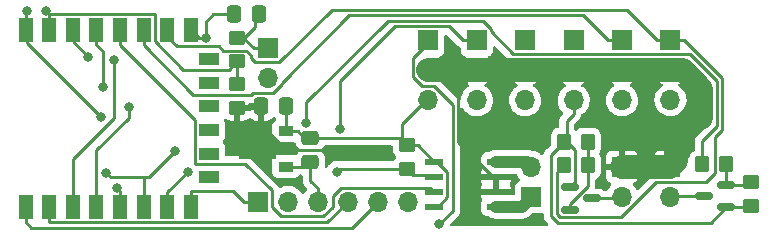
<source format=gbr>
%TF.GenerationSoftware,KiCad,Pcbnew,(6.0.7)*%
%TF.CreationDate,2022-10-27T13:02:41+02:00*%
%TF.ProjectId,UniMini,556e694d-696e-4692-9e6b-696361645f70,rev?*%
%TF.SameCoordinates,Original*%
%TF.FileFunction,Copper,L2,Bot*%
%TF.FilePolarity,Positive*%
%FSLAX46Y46*%
G04 Gerber Fmt 4.6, Leading zero omitted, Abs format (unit mm)*
G04 Created by KiCad (PCBNEW (6.0.7)) date 2022-10-27 13:02:41*
%MOMM*%
%LPD*%
G01*
G04 APERTURE LIST*
G04 Aperture macros list*
%AMRoundRect*
0 Rectangle with rounded corners*
0 $1 Rounding radius*
0 $2 $3 $4 $5 $6 $7 $8 $9 X,Y pos of 4 corners*
0 Add a 4 corners polygon primitive as box body*
4,1,4,$2,$3,$4,$5,$6,$7,$8,$9,$2,$3,0*
0 Add four circle primitives for the rounded corners*
1,1,$1+$1,$2,$3*
1,1,$1+$1,$4,$5*
1,1,$1+$1,$6,$7*
1,1,$1+$1,$8,$9*
0 Add four rect primitives between the rounded corners*
20,1,$1+$1,$2,$3,$4,$5,0*
20,1,$1+$1,$4,$5,$6,$7,0*
20,1,$1+$1,$6,$7,$8,$9,0*
20,1,$1+$1,$8,$9,$2,$3,0*%
%AMFreePoly0*
4,1,9,3.862500,-0.866500,0.737500,-0.866500,0.737500,-0.450000,-0.737500,-0.450000,-0.737500,0.450000,0.737500,0.450000,0.737500,0.866500,3.862500,0.866500,3.862500,-0.866500,3.862500,-0.866500,$1*%
G04 Aperture macros list end*
%TA.AperFunction,ComponentPad*%
%ADD10R,1.700000X1.700000*%
%TD*%
%TA.AperFunction,ComponentPad*%
%ADD11O,1.700000X1.700000*%
%TD*%
%TA.AperFunction,SMDPad,CuDef*%
%ADD12RoundRect,0.250000X0.350000X0.450000X-0.350000X0.450000X-0.350000X-0.450000X0.350000X-0.450000X0*%
%TD*%
%TA.AperFunction,SMDPad,CuDef*%
%ADD13R,1.300000X0.900000*%
%TD*%
%TA.AperFunction,SMDPad,CuDef*%
%ADD14FreePoly0,180.000000*%
%TD*%
%TA.AperFunction,SMDPad,CuDef*%
%ADD15RoundRect,0.250000X-0.450000X0.350000X-0.450000X-0.350000X0.450000X-0.350000X0.450000X0.350000X0*%
%TD*%
%TA.AperFunction,SMDPad,CuDef*%
%ADD16RoundRect,0.250000X-0.337500X-0.475000X0.337500X-0.475000X0.337500X0.475000X-0.337500X0.475000X0*%
%TD*%
%TA.AperFunction,SMDPad,CuDef*%
%ADD17RoundRect,0.070692X0.719308X0.223858X-0.719308X0.223858X-0.719308X-0.223858X0.719308X-0.223858X0*%
%TD*%
%TA.AperFunction,SMDPad,CuDef*%
%ADD18RoundRect,0.250000X-0.350000X-0.450000X0.350000X-0.450000X0.350000X0.450000X-0.350000X0.450000X0*%
%TD*%
%TA.AperFunction,SMDPad,CuDef*%
%ADD19RoundRect,0.250000X0.475000X-0.337500X0.475000X0.337500X-0.475000X0.337500X-0.475000X-0.337500X0*%
%TD*%
%TA.AperFunction,SMDPad,CuDef*%
%ADD20RoundRect,0.150000X-0.587500X-0.150000X0.587500X-0.150000X0.587500X0.150000X-0.587500X0.150000X0*%
%TD*%
%TA.AperFunction,SMDPad,CuDef*%
%ADD21R,1.200000X2.000000*%
%TD*%
%TA.AperFunction,SMDPad,CuDef*%
%ADD22R,1.700000X1.100000*%
%TD*%
%TA.AperFunction,SMDPad,CuDef*%
%ADD23RoundRect,0.150000X0.587500X0.150000X-0.587500X0.150000X-0.587500X-0.150000X0.587500X-0.150000X0*%
%TD*%
%TA.AperFunction,SMDPad,CuDef*%
%ADD24RoundRect,0.250000X0.450000X-0.350000X0.450000X0.350000X-0.450000X0.350000X-0.450000X-0.350000X0*%
%TD*%
%TA.AperFunction,ViaPad*%
%ADD25C,0.800000*%
%TD*%
%TA.AperFunction,Conductor*%
%ADD26C,2.000000*%
%TD*%
%TA.AperFunction,Conductor*%
%ADD27C,0.250000*%
%TD*%
%TA.AperFunction,Conductor*%
%ADD28C,1.000000*%
%TD*%
G04 APERTURE END LIST*
D10*
%TO.P,J2,1,Pin_1*%
%TO.N,GND*%
X57300000Y-74800000D03*
D11*
%TO.P,J2,2,Pin_2*%
%TO.N,Net-(J2-Pad2)*%
X57300000Y-77340000D03*
%TD*%
D10*
%TO.P,J4,1,Pin_1*%
%TO.N,Net-(J4-Pad1)*%
X79600000Y-87375000D03*
D11*
%TO.P,J4,2,Pin_2*%
%TO.N,Net-(J4-Pad2)*%
X79600000Y-84835000D03*
%TD*%
D10*
%TO.P,M5,1,PWM*%
%TO.N,/Servo_5*%
X87300000Y-74100000D03*
D11*
%TO.P,M5,2,+*%
%TO.N,+3V8*%
X87300000Y-76640000D03*
%TO.P,M5,3,-*%
%TO.N,GND*%
X87300000Y-79180000D03*
%TD*%
D10*
%TO.P,J1,1,Pin_1*%
%TO.N,GND*%
X56460000Y-87800000D03*
D11*
%TO.P,J1,2,Pin_2*%
%TO.N,unconnected-(J1-Pad2)*%
X59000000Y-87800000D03*
%TO.P,J1,3,Pin_3*%
%TO.N,+3V3*%
X61540000Y-87800000D03*
%TO.P,J1,4,Pin_4*%
%TO.N,/TX_P*%
X64080000Y-87800000D03*
%TO.P,J1,5,Pin_5*%
%TO.N,/RX_P*%
X66620000Y-87800000D03*
%TO.P,J1,6,Pin_6*%
%TO.N,unconnected-(J1-Pad6)*%
X69160000Y-87800000D03*
%TD*%
D10*
%TO.P,M6,1,PWM*%
%TO.N,/Servo_6*%
X91400000Y-74075000D03*
D11*
%TO.P,M6,2,+*%
%TO.N,+3V8*%
X91400000Y-76615000D03*
%TO.P,M6,3,-*%
%TO.N,GND*%
X91400000Y-79155000D03*
%TD*%
D10*
%TO.P,M2,1,PWM*%
%TO.N,/Servo_2*%
X75000000Y-74100000D03*
D11*
%TO.P,M2,2,+*%
%TO.N,+3V8*%
X75000000Y-76640000D03*
%TO.P,M2,3,-*%
%TO.N,GND*%
X75000000Y-79180000D03*
%TD*%
D10*
%TO.P,J3,1,Pin_1*%
%TO.N,+3V8*%
X87300000Y-84800000D03*
D11*
%TO.P,J3,2,Pin_2*%
%TO.N,Net-(J3-Pad2)*%
X87300000Y-87340000D03*
%TD*%
D10*
%TO.P,M1,1,PWM*%
%TO.N,/Servo_1*%
X70900000Y-74100000D03*
D11*
%TO.P,M1,2,+*%
%TO.N,+3V8*%
X70900000Y-76640000D03*
%TO.P,M1,3,-*%
%TO.N,GND*%
X70900000Y-79180000D03*
%TD*%
D10*
%TO.P,J5,1,Pin_1*%
%TO.N,+3V8*%
X91400000Y-84800000D03*
D11*
%TO.P,J5,2,Pin_2*%
%TO.N,Net-(J5-Pad2)*%
X91400000Y-87340000D03*
%TD*%
D10*
%TO.P,M3,1,PWM*%
%TO.N,/Servo_3*%
X79100000Y-74100000D03*
D11*
%TO.P,M3,2,+*%
%TO.N,+3V8*%
X79100000Y-76640000D03*
%TO.P,M3,3,-*%
%TO.N,GND*%
X79100000Y-79180000D03*
%TD*%
D10*
%TO.P,M4,1,PWM*%
%TO.N,/Servo_4*%
X83200000Y-74100000D03*
D11*
%TO.P,M4,2,+*%
%TO.N,+3V8*%
X83200000Y-76640000D03*
%TO.P,M4,3,-*%
%TO.N,GND*%
X83200000Y-79180000D03*
%TD*%
D12*
%TO.P,R6,1*%
%TO.N,Net-(Q1-Pad1)*%
X84400000Y-84700000D03*
%TO.P,R6,2*%
%TO.N,/Servo_6*%
X82400000Y-84700000D03*
%TD*%
D13*
%TO.P,U2,1,GND*%
%TO.N,GND*%
X58850000Y-81800000D03*
D14*
%TO.P,U2,2,VIN*%
%TO.N,+3V8*%
X58762500Y-83300000D03*
D13*
%TO.P,U2,3,VOUT*%
%TO.N,+3V3*%
X58850000Y-84800000D03*
%TD*%
D15*
%TO.P,R9,1*%
%TO.N,GND*%
X54700000Y-73900000D03*
%TO.P,R9,2*%
%TO.N,/CHK_BAT*%
X54700000Y-75900000D03*
%TD*%
D16*
%TO.P,C2,1*%
%TO.N,+3V8*%
X56762500Y-79700000D03*
%TO.P,C2,2*%
%TO.N,GND*%
X58837500Y-79700000D03*
%TD*%
D17*
%TO.P,U3,1,OA*%
%TO.N,Net-(J4-Pad2)*%
X76624600Y-84385000D03*
%TO.P,U3,2,VCC*%
%TO.N,+3V8*%
X76624600Y-85655000D03*
%TO.P,U3,3,VCC1*%
X76624600Y-86925000D03*
%TO.P,U3,4,OB*%
%TO.N,Net-(J4-Pad1)*%
X76624600Y-88195000D03*
%TO.P,U3,5,GND1*%
%TO.N,GND*%
X71375400Y-88195000D03*
%TO.P,U3,6,IA*%
%TO.N,/MOT_A*%
X71375400Y-86925000D03*
%TO.P,U3,7,IB*%
%TO.N,/MOT_B*%
X71375400Y-85655000D03*
%TO.P,U3,8,GND*%
%TO.N,GND*%
X71375400Y-84385000D03*
%TD*%
D18*
%TO.P,R7,1*%
%TO.N,GND*%
X82400000Y-82700000D03*
%TO.P,R7,2*%
%TO.N,Net-(Q1-Pad1)*%
X84400000Y-82700000D03*
%TD*%
D12*
%TO.P,R10,1*%
%TO.N,Net-(Q2-Pad1)*%
X96100000Y-84600000D03*
%TO.P,R10,2*%
%TO.N,/Spare*%
X94100000Y-84600000D03*
%TD*%
D15*
%TO.P,R5,1*%
%TO.N,GND*%
X69100000Y-83000000D03*
%TO.P,R5,2*%
%TO.N,/MOT_B*%
X69100000Y-85000000D03*
%TD*%
D19*
%TO.P,C3,1*%
%TO.N,+3V3*%
X60900000Y-84437500D03*
%TO.P,C3,2*%
%TO.N,GND*%
X60900000Y-82362500D03*
%TD*%
D20*
%TO.P,Q1,1,G*%
%TO.N,Net-(Q1-Pad1)*%
X82862500Y-88450000D03*
%TO.P,Q1,2,S*%
%TO.N,GND*%
X82862500Y-86550000D03*
%TO.P,Q1,3,D*%
%TO.N,Net-(J3-Pad2)*%
X84737500Y-87500000D03*
%TD*%
D16*
%TO.P,C6,1*%
%TO.N,+3V3*%
X54462500Y-71900000D03*
%TO.P,C6,2*%
%TO.N,GND*%
X56537500Y-71900000D03*
%TD*%
D15*
%TO.P,R8,1*%
%TO.N,/CHK_BAT*%
X54700000Y-77800000D03*
%TO.P,R8,2*%
%TO.N,+3V8*%
X54700000Y-79800000D03*
%TD*%
D21*
%TO.P,U1,1,RESET*%
%TO.N,Net-(R3-Pad2)*%
X36800000Y-73200000D03*
%TO.P,U1,2,ADC*%
%TO.N,/CHK_BAT*%
X38800000Y-73200000D03*
%TO.P,U1,3,EN*%
%TO.N,Net-(R4-Pad2)*%
X40800000Y-73200000D03*
%TO.P,U1,4,IO16*%
%TO.N,/Spare*%
X42800000Y-73200000D03*
%TO.P,U1,5,IO14*%
%TO.N,/MOT_A*%
X44800000Y-73200000D03*
%TO.P,U1,6,IO12*%
%TO.N,/Servo_5*%
X46800000Y-73200000D03*
%TO.P,U1,7,IO13*%
%TO.N,/Servo_6*%
X48800000Y-73200000D03*
%TO.P,U1,8,VCC*%
%TO.N,+3V3*%
X50800000Y-73200000D03*
D22*
%TO.P,U1,9,CS0*%
%TO.N,unconnected-(U1-Pad9)*%
X52300000Y-75700000D03*
%TO.P,U1,10,MISO*%
%TO.N,unconnected-(U1-Pad10)*%
X52300000Y-77700000D03*
%TO.P,U1,11,IO9*%
%TO.N,unconnected-(U1-Pad11)*%
X52300000Y-79700000D03*
%TO.P,U1,12,IO10*%
%TO.N,unconnected-(U1-Pad12)*%
X52300000Y-81700000D03*
%TO.P,U1,13,MOSI*%
%TO.N,unconnected-(U1-Pad13)*%
X52300000Y-83700000D03*
%TO.P,U1,14,SCLK*%
%TO.N,unconnected-(U1-Pad14)*%
X52300000Y-85700000D03*
D21*
%TO.P,U1,15,GND*%
%TO.N,GND*%
X50800000Y-88200000D03*
%TO.P,U1,16,IO15*%
%TO.N,/MOT_B*%
X48800000Y-88200000D03*
%TO.P,U1,17,IO2*%
%TO.N,/Servo_2*%
X46800000Y-88200000D03*
%TO.P,U1,18,IO0*%
%TO.N,/Servo_1*%
X44800000Y-88200000D03*
%TO.P,U1,19,IO4*%
%TO.N,/Servo_3*%
X42800000Y-88200000D03*
%TO.P,U1,20,IO5*%
%TO.N,/Servo_4*%
X40800000Y-88200000D03*
%TO.P,U1,21,RXD*%
%TO.N,/TX_P*%
X38800000Y-88200000D03*
%TO.P,U1,22,TXD*%
%TO.N,/RX_P*%
X36800000Y-88200000D03*
%TD*%
D23*
%TO.P,Q2,1,G*%
%TO.N,Net-(Q2-Pad1)*%
X96137500Y-86350000D03*
%TO.P,Q2,2,S*%
%TO.N,GND*%
X96137500Y-88250000D03*
%TO.P,Q2,3,D*%
%TO.N,Net-(J5-Pad2)*%
X94262500Y-87300000D03*
%TD*%
D24*
%TO.P,R11,1*%
%TO.N,GND*%
X98200000Y-88100000D03*
%TO.P,R11,2*%
%TO.N,Net-(Q2-Pad1)*%
X98200000Y-86100000D03*
%TD*%
D25*
%TO.N,+3V8*%
X93100000Y-77300000D03*
X93750000Y-77950000D03*
X67387300Y-83374700D03*
%TO.N,+3V3*%
X52045000Y-73896800D03*
%TO.N,/CHK_BAT*%
X38509800Y-71584500D03*
%TO.N,/Servo_1*%
X44538900Y-86581700D03*
X71792400Y-89699300D03*
%TO.N,/Servo_2*%
X43636700Y-85303600D03*
X63445300Y-81654500D03*
X49465900Y-83502600D03*
%TO.N,/Servo_3*%
X45525100Y-79786700D03*
%TO.N,/Servo_4*%
X44259000Y-75741700D03*
%TO.N,Net-(R3-Pad2)*%
X36900000Y-71590400D03*
X43163500Y-80603000D03*
%TO.N,Net-(R4-Pad2)*%
X42118500Y-75500000D03*
%TO.N,/MOT_B*%
X63180700Y-85233700D03*
X50514500Y-85233700D03*
%TO.N,/Spare*%
X60530400Y-81078300D03*
X43325700Y-78066400D03*
%TD*%
D26*
%TO.N,+3V8*%
X79100000Y-76640000D02*
X83200000Y-76640000D01*
D27*
X76424600Y-85693100D02*
X76586500Y-85693100D01*
X76424600Y-85655000D02*
X76424600Y-85693100D01*
D26*
X70900000Y-76640000D02*
X75000000Y-76640000D01*
D27*
X76424600Y-85731200D02*
X76424600Y-86875400D01*
X76424600Y-85731200D02*
X73403500Y-82710100D01*
X67387300Y-83374700D02*
X58837200Y-83374700D01*
X76424600Y-85693100D02*
X76424600Y-85731200D01*
D26*
X87300000Y-76640000D02*
X91375000Y-76640000D01*
D27*
X56662500Y-79800000D02*
X56762500Y-79700000D01*
D26*
X91900000Y-84300000D02*
X91400000Y-84800000D01*
X75000000Y-76640000D02*
X79100000Y-76640000D01*
X92440000Y-76640000D02*
X93100000Y-77300000D01*
X91375000Y-76640000D02*
X92440000Y-76640000D01*
D27*
X54700000Y-79800000D02*
X56662500Y-79800000D01*
D26*
X93750000Y-77950000D02*
X94000000Y-78200000D01*
D27*
X76586500Y-85693100D02*
X76624600Y-85655000D01*
D26*
X93100000Y-77300000D02*
X93750000Y-77950000D01*
X94000000Y-78200000D02*
X94000000Y-80700000D01*
X91400000Y-84800000D02*
X87300000Y-84800000D01*
X91900000Y-81949400D02*
X91900000Y-84300000D01*
D27*
X56662500Y-79800000D02*
X56662500Y-81200000D01*
X73403500Y-78196500D02*
X75000000Y-76600000D01*
X56662500Y-81200000D02*
X58762500Y-83300000D01*
D26*
X94000000Y-80700000D02*
X93149400Y-80700000D01*
X83200000Y-76640000D02*
X87300000Y-76640000D01*
D27*
X76624600Y-86925000D02*
X76474200Y-86925000D01*
X73403500Y-82710100D02*
X73403500Y-78196500D01*
D26*
X93149400Y-80700000D02*
X91900000Y-81949400D01*
D27*
X58837200Y-83374700D02*
X58762500Y-83300000D01*
%TO.N,GND*%
X56237500Y-72962500D02*
X55300000Y-73900000D01*
X54359400Y-86874700D02*
X55284700Y-87800000D01*
X71700000Y-88200000D02*
X71500000Y-88200000D01*
X54700000Y-73900000D02*
X54737500Y-73900000D01*
X70900000Y-79180000D02*
X70720000Y-79180000D01*
X71375400Y-84375400D02*
X71400000Y-84400000D01*
X71500000Y-88200000D02*
X71380400Y-88200000D01*
X57300000Y-74800000D02*
X56124700Y-74800000D01*
X68704800Y-82379800D02*
X69325000Y-83000000D01*
X68704800Y-81195200D02*
X68704800Y-82379800D01*
X56124700Y-74800000D02*
X55224700Y-73900000D01*
X70720000Y-79180000D02*
X68704800Y-81195200D01*
X60917300Y-82379800D02*
X68704800Y-82379800D01*
X71375400Y-84385000D02*
X71608200Y-84385000D01*
X83200000Y-79180000D02*
X83200000Y-80355300D01*
X82600000Y-80955300D02*
X83200000Y-80355300D01*
X83325000Y-86087500D02*
X83325000Y-83425000D01*
X56460000Y-87800000D02*
X55284700Y-87800000D01*
X69100000Y-83000000D02*
X69325000Y-83000000D01*
X81300600Y-89019700D02*
X81300600Y-83799400D01*
X96137500Y-88250000D02*
X98050000Y-88250000D01*
X69325000Y-83000000D02*
X70000000Y-83000000D01*
X55224700Y-73900000D02*
X54737500Y-73900000D01*
X60900000Y-82362500D02*
X60917300Y-82379800D01*
X82862500Y-86550000D02*
X83325000Y-86087500D01*
X59825300Y-81800000D02*
X60387800Y-82362500D01*
X70000000Y-83000000D02*
X71375400Y-84375400D01*
X58850000Y-81800000D02*
X59825300Y-81800000D01*
X81300600Y-83799400D02*
X82400000Y-82700000D01*
X58850000Y-79712500D02*
X58850000Y-81800000D01*
X71380400Y-88200000D02*
X71375400Y-88195000D01*
X50800000Y-86874700D02*
X54359400Y-86874700D01*
X58837500Y-79700000D02*
X58850000Y-79712500D01*
X81869500Y-89588600D02*
X81300600Y-89019700D01*
X72490400Y-87409600D02*
X71700000Y-88200000D01*
X82400000Y-82700000D02*
X82600000Y-82700000D01*
X60387800Y-82362500D02*
X60900000Y-82362500D01*
X82600000Y-82700000D02*
X82600000Y-80955300D01*
X56237500Y-71900000D02*
X56237500Y-72962500D01*
X96137500Y-88250000D02*
X94798900Y-89588600D01*
X83325000Y-83425000D02*
X82600000Y-82700000D01*
X72490400Y-85267200D02*
X72490400Y-87409600D01*
X50800000Y-88200000D02*
X50800000Y-86874700D01*
X71608200Y-84385000D02*
X72490400Y-85267200D01*
X98050000Y-88250000D02*
X98200000Y-88100000D01*
X94798900Y-89588600D02*
X81869500Y-89588600D01*
X71375400Y-84375400D02*
X71375400Y-84385000D01*
%TO.N,+3V3*%
X52045000Y-72517500D02*
X52662500Y-71900000D01*
X61540000Y-86624700D02*
X60900000Y-85984700D01*
X60900000Y-84800000D02*
X60900000Y-84437500D01*
X52662500Y-71900000D02*
X54100000Y-71900000D01*
X51496800Y-73896800D02*
X50800000Y-73200000D01*
X60900000Y-84800000D02*
X59825300Y-84800000D01*
X52045000Y-73896800D02*
X51496800Y-73896800D01*
X60900000Y-85984700D02*
X60900000Y-84800000D01*
X52045000Y-73896800D02*
X52045000Y-72517500D01*
X58850000Y-84800000D02*
X59825300Y-84800000D01*
X61540000Y-87800000D02*
X61540000Y-86624700D01*
%TO.N,/CHK_BAT*%
X47725000Y-74187600D02*
X47725000Y-71875000D01*
X54700000Y-75900000D02*
X54000000Y-76600000D01*
X54000000Y-76600000D02*
X50137400Y-76600000D01*
X50137400Y-76600000D02*
X47725000Y-74187600D01*
X38800000Y-73200000D02*
X38800000Y-71874700D01*
X38509800Y-71584500D02*
X38800000Y-71874700D01*
X47725000Y-71875000D02*
X47724700Y-71874700D01*
X47724700Y-71874700D02*
X38800000Y-71874700D01*
X54700000Y-77800000D02*
X54700000Y-75900000D01*
%TO.N,/TX_P*%
X62354700Y-89525300D02*
X64080000Y-87800000D01*
X38800000Y-88200000D02*
X38800000Y-89525300D01*
X38800000Y-89525300D02*
X62354700Y-89525300D01*
%TO.N,/RX_P*%
X36800000Y-89525300D02*
X37267300Y-89992600D01*
X36800000Y-88200000D02*
X36800000Y-89525300D01*
X37267300Y-89992600D02*
X64427400Y-89992600D01*
X64427400Y-89992600D02*
X66620000Y-87800000D01*
%TO.N,Net-(J3-Pad2)*%
X84737500Y-87500000D02*
X87200000Y-87500000D01*
X87200000Y-87500000D02*
X87300000Y-87400000D01*
X87300000Y-87400000D02*
X87300000Y-87340000D01*
D28*
%TO.N,Net-(J4-Pad1)*%
X76624600Y-88195000D02*
X78805000Y-88195000D01*
D27*
X79600000Y-87400000D02*
X79600000Y-87375000D01*
D28*
X78805000Y-88195000D02*
X79600000Y-87400000D01*
%TO.N,Net-(J4-Pad2)*%
X79285000Y-84385000D02*
X79600000Y-84700000D01*
X76624600Y-84385000D02*
X79285000Y-84385000D01*
X79600000Y-84700000D02*
X79700000Y-84800000D01*
D27*
X79600000Y-84700000D02*
X79600000Y-84835000D01*
%TO.N,Net-(J5-Pad2)*%
X94262500Y-87300000D02*
X91500000Y-87300000D01*
%TO.N,/Servo_1*%
X70366000Y-77985100D02*
X71370900Y-77985100D01*
X70900000Y-74100000D02*
X70900000Y-74300000D01*
X44800000Y-86874700D02*
X44538900Y-86613600D01*
X44800000Y-88200000D02*
X44800000Y-86874700D01*
X71370900Y-77985100D02*
X72953500Y-79567700D01*
X69573500Y-77192600D02*
X70366000Y-77985100D01*
X72953500Y-88538200D02*
X71792400Y-89699300D01*
X72953500Y-79567700D02*
X72953500Y-88538200D01*
X44538900Y-86613600D02*
X44538900Y-86581700D01*
X69573500Y-75626500D02*
X69573500Y-77192600D01*
X70900000Y-74300000D02*
X69573500Y-75626500D01*
%TO.N,/Servo_2*%
X47255300Y-85713200D02*
X46800000Y-85713200D01*
X63445300Y-81654500D02*
X63445300Y-77554700D01*
X72649400Y-72924700D02*
X73824700Y-74100000D01*
X46800000Y-87442700D02*
X46800000Y-85713200D01*
X46800000Y-85713200D02*
X44046300Y-85713200D01*
X44046300Y-85713200D02*
X43636700Y-85303600D01*
X46800000Y-88200000D02*
X46800000Y-87442700D01*
X49465900Y-83502600D02*
X47255300Y-85713200D01*
X68075300Y-72924700D02*
X72649400Y-72924700D01*
X73824700Y-74100000D02*
X75000000Y-74100000D01*
X63445300Y-77554700D02*
X68075300Y-72924700D01*
%TO.N,/Servo_3*%
X42800000Y-83398100D02*
X45525100Y-80673000D01*
X42800000Y-88200000D02*
X42800000Y-86874700D01*
X42800000Y-86874700D02*
X42800000Y-83398100D01*
X45525100Y-80673000D02*
X45525100Y-79786700D01*
%TO.N,/Servo_4*%
X40800000Y-84132200D02*
X40800000Y-88200000D01*
X44259000Y-75741700D02*
X44259000Y-80673200D01*
X44259000Y-80673200D02*
X40800000Y-84132200D01*
%TO.N,/Servo_5*%
X84024700Y-72000000D02*
X64200000Y-72000000D01*
X86124700Y-74100000D02*
X84024700Y-72000000D01*
X51001000Y-78726300D02*
X46800000Y-74525300D01*
X64200000Y-72000000D02*
X58475000Y-77725000D01*
X58475000Y-77725000D02*
X58475000Y-77826701D01*
X58475000Y-77826701D02*
X57763501Y-78538200D01*
X56036800Y-78538200D02*
X55848700Y-78726300D01*
X55848700Y-78726300D02*
X51001000Y-78726300D01*
X87300000Y-74100000D02*
X86124700Y-74100000D01*
X46800000Y-74525300D02*
X46800000Y-73200000D01*
X57763501Y-78538200D02*
X56036800Y-78538200D01*
%TO.N,/Servo_6*%
X49622100Y-74622100D02*
X48800000Y-73800000D01*
X82053900Y-89085100D02*
X87240000Y-89085100D01*
X90189900Y-86135200D02*
X94364800Y-86135200D01*
X87699400Y-71549700D02*
X62710400Y-71549700D01*
X81792500Y-85307500D02*
X81792500Y-88823700D01*
X95784300Y-81689800D02*
X95784300Y-77284000D01*
X91400000Y-74075000D02*
X90224700Y-74075000D01*
X90224700Y-74075000D02*
X87699400Y-71549700D01*
X55455200Y-74973600D02*
X53542700Y-74973600D01*
X95154500Y-82319600D02*
X95784300Y-81689800D01*
X95784300Y-77284000D02*
X92575300Y-74075000D01*
X53542700Y-74973600D02*
X53191200Y-74622100D01*
X95154500Y-85345500D02*
X95154500Y-82319600D01*
X92575300Y-74075000D02*
X91400000Y-74075000D01*
X55853200Y-75371600D02*
X55455200Y-74973600D01*
X53191200Y-74622100D02*
X49622100Y-74622100D01*
X87240000Y-89085100D02*
X90189900Y-86135200D01*
X62710400Y-71549700D02*
X58284700Y-75975400D01*
X81792500Y-88823700D02*
X82053900Y-89085100D01*
X48800000Y-73800000D02*
X48800000Y-73200000D01*
X82400000Y-84700000D02*
X81792500Y-85307500D01*
X55853200Y-75577700D02*
X55853200Y-75371600D01*
X58284700Y-75975400D02*
X56250900Y-75975400D01*
X56250900Y-75975400D02*
X55853200Y-75577700D01*
X94364800Y-86135200D02*
X95154500Y-85345500D01*
%TO.N,Net-(Q1-Pad1)*%
X84400000Y-86421800D02*
X84400000Y-84700000D01*
X84400000Y-82700000D02*
X84400000Y-84700000D01*
X82862500Y-88450000D02*
X82862500Y-87959300D01*
X82862500Y-87959300D02*
X84400000Y-86421800D01*
%TO.N,Net-(Q2-Pad1)*%
X96350000Y-86350000D02*
X96200000Y-86200000D01*
X96350000Y-86350000D02*
X97950000Y-86350000D01*
X96100000Y-86100000D02*
X96200000Y-86200000D01*
X96100000Y-84600000D02*
X96100000Y-86100000D01*
X97950000Y-86350000D02*
X98200000Y-86100000D01*
X96137500Y-86350000D02*
X96350000Y-86350000D01*
%TO.N,Net-(R3-Pad2)*%
X36800000Y-72537300D02*
X36800000Y-71874700D01*
X36900000Y-73300000D02*
X36900000Y-74339500D01*
X36800000Y-73200000D02*
X36900000Y-73300000D01*
X36800000Y-71874700D02*
X36900000Y-71774700D01*
X36900000Y-74339500D02*
X43163500Y-80603000D01*
X36900000Y-71774700D02*
X36900000Y-71590400D01*
X36800000Y-72537300D02*
X36800000Y-73200000D01*
%TO.N,Net-(R4-Pad2)*%
X40800000Y-74181500D02*
X42118500Y-75500000D01*
X40800000Y-73200000D02*
X40800000Y-74181500D01*
%TO.N,/MOT_B*%
X48800000Y-86948200D02*
X50514500Y-85233700D01*
X48800000Y-88200000D02*
X48800000Y-86948200D01*
X71220400Y-85500000D02*
X71400000Y-85500000D01*
X69600000Y-85500000D02*
X71220400Y-85500000D01*
X63414400Y-85000000D02*
X63180700Y-85233700D01*
X71220400Y-85500000D02*
X71375400Y-85655000D01*
X69100000Y-85000000D02*
X69600000Y-85500000D01*
X69100000Y-85000000D02*
X63414400Y-85000000D01*
%TO.N,/Spare*%
X75511900Y-72450300D02*
X76175400Y-73113800D01*
X42800000Y-73200000D02*
X42800000Y-74525300D01*
X95333900Y-77578600D02*
X95333900Y-81395600D01*
X78107600Y-75282400D02*
X93037700Y-75282400D01*
X95333900Y-81395600D02*
X94100000Y-82629500D01*
X94100000Y-82629500D02*
X94100000Y-84600000D01*
X60530400Y-81078300D02*
X60530400Y-79369600D01*
X60530400Y-79369600D02*
X67449700Y-72450300D01*
X76175400Y-73350200D02*
X78107600Y-75282400D01*
X76175400Y-73113800D02*
X76175400Y-73350200D01*
X42800000Y-74525300D02*
X43325700Y-75051000D01*
X67449700Y-72450300D02*
X75511900Y-72450300D01*
X43325700Y-75051000D02*
X43325700Y-78066400D01*
X93037700Y-75282400D02*
X95333900Y-77578600D01*
%TO.N,/MOT_A*%
X57635400Y-88235400D02*
X58419600Y-89019600D01*
X62815700Y-88190700D02*
X62815700Y-87309700D01*
X51125000Y-84575000D02*
X55402900Y-84575000D01*
X63525300Y-86600100D02*
X71050500Y-86600100D01*
X44800000Y-73200000D02*
X44800000Y-74525300D01*
X57635400Y-86807500D02*
X57635400Y-88235400D01*
X61986800Y-89019600D02*
X62815700Y-88190700D01*
X58419600Y-89019600D02*
X61986800Y-89019600D01*
X55402900Y-84575000D02*
X57635400Y-86807500D01*
X51125000Y-80850300D02*
X51125000Y-84575000D01*
X71050500Y-86600100D02*
X71375400Y-86925000D01*
X62815700Y-87309700D02*
X63525300Y-86600100D01*
X44800000Y-74525300D02*
X51125000Y-80850300D01*
%TD*%
%TA.AperFunction,Conductor*%
%TO.N,+3V8*%
G36*
X72467012Y-73638670D02*
G01*
X72473595Y-73644799D01*
X73321043Y-74492247D01*
X73328587Y-74500537D01*
X73332700Y-74507018D01*
X73338477Y-74512443D01*
X73382367Y-74553658D01*
X73385209Y-74556413D01*
X73404930Y-74576134D01*
X73408125Y-74578612D01*
X73417147Y-74586318D01*
X73449379Y-74616586D01*
X73456328Y-74620406D01*
X73467132Y-74626346D01*
X73483656Y-74637199D01*
X73499659Y-74649613D01*
X73540243Y-74667176D01*
X73550872Y-74672383D01*
X73576201Y-74686307D01*
X73626259Y-74736650D01*
X73641500Y-74796721D01*
X73641500Y-74998134D01*
X73648255Y-75060316D01*
X73699385Y-75196705D01*
X73786739Y-75313261D01*
X73903295Y-75400615D01*
X73911704Y-75403767D01*
X73911705Y-75403768D01*
X74020960Y-75444726D01*
X74077725Y-75487367D01*
X74102425Y-75553929D01*
X74087218Y-75623278D01*
X74067825Y-75649759D01*
X73944590Y-75778717D01*
X73938104Y-75786727D01*
X73818098Y-75962649D01*
X73813000Y-75971623D01*
X73723338Y-76164783D01*
X73719775Y-76174470D01*
X73664389Y-76374183D01*
X73665912Y-76382607D01*
X73678292Y-76386000D01*
X76318344Y-76386000D01*
X76331875Y-76382027D01*
X76333180Y-76372947D01*
X76291214Y-76205875D01*
X76287894Y-76196124D01*
X76202972Y-76000814D01*
X76198105Y-75991739D01*
X76082426Y-75812926D01*
X76076136Y-75804757D01*
X75932293Y-75646677D01*
X75901241Y-75582831D01*
X75909635Y-75512333D01*
X75954812Y-75457564D01*
X75981256Y-75443895D01*
X76088297Y-75403767D01*
X76096705Y-75400615D01*
X76213261Y-75313261D01*
X76300615Y-75196705D01*
X76351745Y-75060316D01*
X76358500Y-74998134D01*
X76358500Y-74733394D01*
X76378502Y-74665273D01*
X76432158Y-74618780D01*
X76502432Y-74608676D01*
X76567012Y-74638170D01*
X76573595Y-74644299D01*
X77603943Y-75674647D01*
X77611487Y-75682937D01*
X77615600Y-75689418D01*
X77621377Y-75694843D01*
X77665267Y-75736058D01*
X77668109Y-75738813D01*
X77687830Y-75758534D01*
X77691025Y-75761012D01*
X77700047Y-75768718D01*
X77732279Y-75798986D01*
X77739228Y-75802806D01*
X77750032Y-75808746D01*
X77766556Y-75819599D01*
X77782559Y-75832013D01*
X77823143Y-75849576D01*
X77833763Y-75854778D01*
X77836954Y-75856532D01*
X77887013Y-75906871D01*
X77901910Y-75976287D01*
X77890545Y-76019998D01*
X77823338Y-76164783D01*
X77819775Y-76174470D01*
X77764389Y-76374183D01*
X77765912Y-76382607D01*
X77778292Y-76386000D01*
X80418344Y-76386000D01*
X80431875Y-76382027D01*
X80433180Y-76372947D01*
X80391214Y-76205875D01*
X80387894Y-76196124D01*
X80342682Y-76092142D01*
X80333862Y-76021696D01*
X80364529Y-75957664D01*
X80424946Y-75920376D01*
X80458232Y-75915900D01*
X81841466Y-75915900D01*
X81909587Y-75935902D01*
X81956080Y-75989558D01*
X81966184Y-76059832D01*
X81955753Y-76094951D01*
X81923340Y-76164777D01*
X81919775Y-76174470D01*
X81864389Y-76374183D01*
X81865912Y-76382607D01*
X81878292Y-76386000D01*
X84518344Y-76386000D01*
X84531875Y-76382027D01*
X84533180Y-76372947D01*
X84491214Y-76205875D01*
X84487894Y-76196124D01*
X84442682Y-76092142D01*
X84433862Y-76021696D01*
X84464529Y-75957664D01*
X84524946Y-75920376D01*
X84558232Y-75915900D01*
X85941466Y-75915900D01*
X86009587Y-75935902D01*
X86056080Y-75989558D01*
X86066184Y-76059832D01*
X86055753Y-76094951D01*
X86023340Y-76164777D01*
X86019775Y-76174470D01*
X85964389Y-76374183D01*
X85965912Y-76382607D01*
X85978292Y-76386000D01*
X88618344Y-76386000D01*
X88631875Y-76382027D01*
X88633180Y-76372947D01*
X88591214Y-76205875D01*
X88587894Y-76196124D01*
X88542682Y-76092142D01*
X88533862Y-76021696D01*
X88564529Y-75957664D01*
X88624946Y-75920376D01*
X88658232Y-75915900D01*
X90029861Y-75915900D01*
X90097982Y-75935902D01*
X90144475Y-75989558D01*
X90154579Y-76059832D01*
X90144149Y-76094950D01*
X90123338Y-76139783D01*
X90119775Y-76149470D01*
X90064389Y-76349183D01*
X90065912Y-76357607D01*
X90078292Y-76361000D01*
X92718344Y-76361000D01*
X92731875Y-76357027D01*
X92733180Y-76347947D01*
X92691214Y-76180875D01*
X92686227Y-76166226D01*
X92687951Y-76165639D01*
X92680119Y-76103077D01*
X92710786Y-76039045D01*
X92771203Y-76001758D01*
X92842187Y-76003054D01*
X92893583Y-76034187D01*
X94663495Y-77804099D01*
X94697521Y-77866411D01*
X94700400Y-77893194D01*
X94700400Y-81081006D01*
X94680398Y-81149127D01*
X94663499Y-81170097D01*
X93707736Y-82125859D01*
X93699462Y-82133388D01*
X93692982Y-82137500D01*
X93687557Y-82143277D01*
X93646357Y-82187151D01*
X93643602Y-82189993D01*
X93623865Y-82209730D01*
X93621385Y-82212927D01*
X93613682Y-82221947D01*
X93583414Y-82254179D01*
X93579595Y-82261125D01*
X93579593Y-82261128D01*
X93573652Y-82271934D01*
X93562801Y-82288453D01*
X93550386Y-82304459D01*
X93547241Y-82311728D01*
X93547238Y-82311732D01*
X93532826Y-82345037D01*
X93527609Y-82355687D01*
X93506305Y-82394440D01*
X93504334Y-82402115D01*
X93504334Y-82402116D01*
X93501267Y-82414062D01*
X93494863Y-82432766D01*
X93486819Y-82451355D01*
X93485580Y-82459178D01*
X93485577Y-82459188D01*
X93479901Y-82495024D01*
X93477495Y-82506644D01*
X93466500Y-82549470D01*
X93466500Y-82569724D01*
X93464949Y-82589434D01*
X93461780Y-82609443D01*
X93462526Y-82617335D01*
X93465941Y-82653461D01*
X93466500Y-82665319D01*
X93466500Y-83363219D01*
X93446498Y-83431340D01*
X93406803Y-83470363D01*
X93275652Y-83551522D01*
X93150695Y-83676697D01*
X93146855Y-83682927D01*
X93146854Y-83682928D01*
X93065794Y-83814432D01*
X93057885Y-83827262D01*
X93025117Y-83926054D01*
X93003592Y-83990951D01*
X92963161Y-84049311D01*
X92897597Y-84076548D01*
X92827716Y-84064015D01*
X92775704Y-84015690D01*
X92757999Y-83951284D01*
X92757999Y-83905331D01*
X92757629Y-83898510D01*
X92752105Y-83847648D01*
X92748479Y-83832396D01*
X92703324Y-83711946D01*
X92694786Y-83696351D01*
X92618285Y-83594276D01*
X92605724Y-83581715D01*
X92503649Y-83505214D01*
X92488054Y-83496676D01*
X92367606Y-83451522D01*
X92352351Y-83447895D01*
X92301486Y-83442369D01*
X92294672Y-83442000D01*
X91672115Y-83442000D01*
X91656876Y-83446475D01*
X91655671Y-83447865D01*
X91654000Y-83455548D01*
X91654000Y-84928000D01*
X91633998Y-84996121D01*
X91580342Y-85042614D01*
X91528000Y-85054000D01*
X90060116Y-85054000D01*
X90044877Y-85058475D01*
X90043672Y-85059865D01*
X90042001Y-85067548D01*
X90042001Y-85423871D01*
X90021999Y-85491992D01*
X89968343Y-85538485D01*
X89951154Y-85544868D01*
X89936307Y-85549181D01*
X89929484Y-85553216D01*
X89918866Y-85559495D01*
X89901113Y-85568192D01*
X89893468Y-85571219D01*
X89882283Y-85575648D01*
X89875868Y-85580309D01*
X89846512Y-85601637D01*
X89836595Y-85608151D01*
X89798538Y-85630658D01*
X89784217Y-85644979D01*
X89769184Y-85657819D01*
X89752793Y-85669728D01*
X89731697Y-85695229D01*
X89724602Y-85703805D01*
X89716612Y-85712584D01*
X88701986Y-86727209D01*
X88639674Y-86761235D01*
X88568858Y-86756170D01*
X88512023Y-86713623D01*
X88502780Y-86699119D01*
X88501354Y-86695840D01*
X88498547Y-86691500D01*
X88382822Y-86512617D01*
X88382820Y-86512614D01*
X88380014Y-86508277D01*
X88376540Y-86504459D01*
X88376533Y-86504450D01*
X88232435Y-86346088D01*
X88201383Y-86282242D01*
X88209779Y-86211744D01*
X88254956Y-86156976D01*
X88281400Y-86143307D01*
X88388052Y-86103325D01*
X88403649Y-86094786D01*
X88505724Y-86018285D01*
X88518285Y-86005724D01*
X88594786Y-85903649D01*
X88603324Y-85888054D01*
X88648478Y-85767606D01*
X88652105Y-85752351D01*
X88657631Y-85701486D01*
X88658000Y-85694672D01*
X88658000Y-85072115D01*
X88653525Y-85056876D01*
X88652135Y-85055671D01*
X88644452Y-85054000D01*
X85960116Y-85054000D01*
X85944877Y-85058475D01*
X85943672Y-85059865D01*
X85942001Y-85067548D01*
X85942001Y-85694669D01*
X85942371Y-85701490D01*
X85947895Y-85752352D01*
X85951521Y-85767604D01*
X85996676Y-85888054D01*
X86005214Y-85903649D01*
X86081715Y-86005724D01*
X86094276Y-86018285D01*
X86196351Y-86094786D01*
X86211946Y-86103324D01*
X86320827Y-86144142D01*
X86377591Y-86186784D01*
X86402291Y-86253345D01*
X86387083Y-86322694D01*
X86367691Y-86349175D01*
X86245667Y-86476866D01*
X86240629Y-86482138D01*
X86237715Y-86486410D01*
X86237714Y-86486411D01*
X86166618Y-86590634D01*
X86114743Y-86666680D01*
X86112567Y-86671369D01*
X86112563Y-86671375D01*
X86055852Y-86793550D01*
X86009028Y-86846917D01*
X85941564Y-86866500D01*
X85824950Y-86866500D01*
X85756829Y-86846498D01*
X85743729Y-86835941D01*
X85743675Y-86836011D01*
X85737415Y-86831155D01*
X85731807Y-86825547D01*
X85724983Y-86821511D01*
X85724980Y-86821509D01*
X85595427Y-86744892D01*
X85595428Y-86744892D01*
X85588601Y-86740855D01*
X85580990Y-86738644D01*
X85580988Y-86738643D01*
X85528769Y-86723472D01*
X85428831Y-86694438D01*
X85422426Y-86693934D01*
X85422421Y-86693933D01*
X85393958Y-86691693D01*
X85393950Y-86691693D01*
X85391502Y-86691500D01*
X85147240Y-86691500D01*
X85079119Y-86671498D01*
X85032626Y-86617842D01*
X85022522Y-86547568D01*
X85025198Y-86534167D01*
X85031528Y-86509511D01*
X85031528Y-86509510D01*
X85033500Y-86501830D01*
X85033500Y-86481569D01*
X85035051Y-86461858D01*
X85036051Y-86455548D01*
X85038219Y-86441857D01*
X85034059Y-86397846D01*
X85033500Y-86385989D01*
X85033500Y-85936781D01*
X85053502Y-85868660D01*
X85093197Y-85829637D01*
X85197777Y-85764921D01*
X85224348Y-85748478D01*
X85260180Y-85712584D01*
X85344134Y-85628483D01*
X85349305Y-85623303D01*
X85359921Y-85606081D01*
X85438275Y-85478968D01*
X85438276Y-85478966D01*
X85442115Y-85472738D01*
X85497797Y-85304861D01*
X85498837Y-85294717D01*
X85505621Y-85228502D01*
X85508500Y-85200400D01*
X85508500Y-84527885D01*
X85942000Y-84527885D01*
X85946475Y-84543124D01*
X85947865Y-84544329D01*
X85955548Y-84546000D01*
X87027885Y-84546000D01*
X87043124Y-84541525D01*
X87044329Y-84540135D01*
X87046000Y-84532452D01*
X87046000Y-84527885D01*
X87554000Y-84527885D01*
X87558475Y-84543124D01*
X87559865Y-84544329D01*
X87567548Y-84546000D01*
X88639884Y-84546000D01*
X88655123Y-84541525D01*
X88656328Y-84540135D01*
X88657999Y-84532452D01*
X88657999Y-84527885D01*
X90042000Y-84527885D01*
X90046475Y-84543124D01*
X90047865Y-84544329D01*
X90055548Y-84546000D01*
X91127885Y-84546000D01*
X91143124Y-84541525D01*
X91144329Y-84540135D01*
X91146000Y-84532452D01*
X91146000Y-83460116D01*
X91141525Y-83444877D01*
X91140135Y-83443672D01*
X91132452Y-83442001D01*
X90505331Y-83442001D01*
X90498510Y-83442371D01*
X90447648Y-83447895D01*
X90432396Y-83451521D01*
X90311946Y-83496676D01*
X90296351Y-83505214D01*
X90194276Y-83581715D01*
X90181715Y-83594276D01*
X90105214Y-83696351D01*
X90096676Y-83711946D01*
X90051522Y-83832394D01*
X90047895Y-83847649D01*
X90042369Y-83898514D01*
X90042000Y-83905328D01*
X90042000Y-84527885D01*
X88657999Y-84527885D01*
X88657999Y-83905331D01*
X88657629Y-83898510D01*
X88652105Y-83847648D01*
X88648479Y-83832396D01*
X88603324Y-83711946D01*
X88594786Y-83696351D01*
X88518285Y-83594276D01*
X88505724Y-83581715D01*
X88403649Y-83505214D01*
X88388054Y-83496676D01*
X88267606Y-83451522D01*
X88252351Y-83447895D01*
X88201486Y-83442369D01*
X88194672Y-83442000D01*
X87572115Y-83442000D01*
X87556876Y-83446475D01*
X87555671Y-83447865D01*
X87554000Y-83455548D01*
X87554000Y-84527885D01*
X87046000Y-84527885D01*
X87046000Y-83460116D01*
X87041525Y-83444877D01*
X87040135Y-83443672D01*
X87032452Y-83442001D01*
X86405331Y-83442001D01*
X86398510Y-83442371D01*
X86347648Y-83447895D01*
X86332396Y-83451521D01*
X86211946Y-83496676D01*
X86196351Y-83505214D01*
X86094276Y-83581715D01*
X86081715Y-83594276D01*
X86005214Y-83696351D01*
X85996676Y-83711946D01*
X85951522Y-83832394D01*
X85947895Y-83847649D01*
X85942369Y-83898514D01*
X85942000Y-83905328D01*
X85942000Y-84527885D01*
X85508500Y-84527885D01*
X85508500Y-84199600D01*
X85506770Y-84182928D01*
X85498238Y-84100692D01*
X85498237Y-84100688D01*
X85497526Y-84093834D01*
X85482769Y-84049600D01*
X85443868Y-83933002D01*
X85441550Y-83926054D01*
X85348478Y-83775652D01*
X85348362Y-83775536D01*
X85322827Y-83712457D01*
X85335996Y-83642692D01*
X85346864Y-83625749D01*
X85349305Y-83623303D01*
X85400078Y-83540934D01*
X85438275Y-83478968D01*
X85438276Y-83478966D01*
X85442115Y-83472738D01*
X85468945Y-83391849D01*
X85495632Y-83311389D01*
X85495632Y-83311387D01*
X85497797Y-83304861D01*
X85508500Y-83200400D01*
X85508500Y-82199600D01*
X85507503Y-82189993D01*
X85498238Y-82100692D01*
X85498237Y-82100688D01*
X85497526Y-82093834D01*
X85476510Y-82030840D01*
X85443868Y-81933002D01*
X85441550Y-81926054D01*
X85348478Y-81775652D01*
X85223303Y-81650695D01*
X85217072Y-81646854D01*
X85078968Y-81561725D01*
X85078966Y-81561724D01*
X85072738Y-81557885D01*
X84992995Y-81531436D01*
X84911389Y-81504368D01*
X84911387Y-81504368D01*
X84904861Y-81502203D01*
X84898025Y-81501503D01*
X84898022Y-81501502D01*
X84854969Y-81497091D01*
X84800400Y-81491500D01*
X83999600Y-81491500D01*
X83996354Y-81491837D01*
X83996350Y-81491837D01*
X83900692Y-81501762D01*
X83900688Y-81501763D01*
X83893834Y-81502474D01*
X83887298Y-81504655D01*
X83887296Y-81504655D01*
X83871893Y-81509794D01*
X83726054Y-81558450D01*
X83575652Y-81651522D01*
X83497446Y-81729865D01*
X83489216Y-81738109D01*
X83426934Y-81772188D01*
X83356114Y-81767185D01*
X83311026Y-81738265D01*
X83282568Y-81709857D01*
X83270483Y-81697792D01*
X83236403Y-81635510D01*
X83233500Y-81608619D01*
X83233500Y-81269894D01*
X83253502Y-81201773D01*
X83270405Y-81180799D01*
X83592247Y-80858957D01*
X83600537Y-80851413D01*
X83607018Y-80847300D01*
X83653659Y-80797632D01*
X83656413Y-80794791D01*
X83676134Y-80775070D01*
X83678612Y-80771875D01*
X83686318Y-80762853D01*
X83693042Y-80755693D01*
X83716586Y-80730621D01*
X83726109Y-80713299D01*
X83726346Y-80712868D01*
X83737199Y-80696345D01*
X83744753Y-80686606D01*
X83749613Y-80680341D01*
X83767176Y-80639757D01*
X83772383Y-80629127D01*
X83793695Y-80590360D01*
X83795666Y-80582683D01*
X83795668Y-80582678D01*
X83798732Y-80570742D01*
X83805138Y-80552030D01*
X83805246Y-80551782D01*
X83813181Y-80533445D01*
X83814421Y-80525617D01*
X83814423Y-80525610D01*
X83820099Y-80489776D01*
X83822505Y-80478156D01*
X83833500Y-80435331D01*
X83835760Y-80435911D01*
X83859451Y-80381597D01*
X83891557Y-80354240D01*
X83893351Y-80353171D01*
X83897994Y-80350896D01*
X84079860Y-80221173D01*
X84238096Y-80063489D01*
X84244915Y-80054000D01*
X84365435Y-79886277D01*
X84368453Y-79882077D01*
X84377575Y-79863621D01*
X84465136Y-79686453D01*
X84465137Y-79686451D01*
X84467430Y-79681811D01*
X84517219Y-79517937D01*
X84530865Y-79473023D01*
X84530865Y-79473021D01*
X84532370Y-79468069D01*
X84561529Y-79246590D01*
X84562435Y-79209507D01*
X84563074Y-79183365D01*
X84563074Y-79183361D01*
X84563156Y-79180000D01*
X84560418Y-79146695D01*
X85937251Y-79146695D01*
X85937548Y-79151848D01*
X85937548Y-79151851D01*
X85948672Y-79344774D01*
X85950110Y-79369715D01*
X85951247Y-79374761D01*
X85951248Y-79374767D01*
X85972217Y-79467810D01*
X85999222Y-79587639D01*
X86060362Y-79738210D01*
X86080052Y-79786700D01*
X86083266Y-79794616D01*
X86085965Y-79799020D01*
X86194803Y-79976628D01*
X86199987Y-79985088D01*
X86346250Y-80153938D01*
X86518126Y-80296632D01*
X86711000Y-80409338D01*
X86715825Y-80411180D01*
X86715826Y-80411181D01*
X86765684Y-80430220D01*
X86919692Y-80489030D01*
X86924760Y-80490061D01*
X86924763Y-80490062D01*
X87032017Y-80511883D01*
X87138597Y-80533567D01*
X87143772Y-80533757D01*
X87143774Y-80533757D01*
X87356673Y-80541564D01*
X87356677Y-80541564D01*
X87361837Y-80541753D01*
X87366957Y-80541097D01*
X87366959Y-80541097D01*
X87578288Y-80514025D01*
X87578289Y-80514025D01*
X87583416Y-80513368D01*
X87598785Y-80508757D01*
X87792429Y-80450661D01*
X87792434Y-80450659D01*
X87797384Y-80449174D01*
X87997994Y-80350896D01*
X88179860Y-80221173D01*
X88338096Y-80063489D01*
X88344915Y-80054000D01*
X88465435Y-79886277D01*
X88468453Y-79882077D01*
X88477575Y-79863621D01*
X88565136Y-79686453D01*
X88565137Y-79686451D01*
X88567430Y-79681811D01*
X88617219Y-79517937D01*
X88630865Y-79473023D01*
X88630865Y-79473021D01*
X88632370Y-79468069D01*
X88661529Y-79246590D01*
X88662435Y-79209507D01*
X88663074Y-79183365D01*
X88663074Y-79183361D01*
X88663156Y-79180000D01*
X88658363Y-79121695D01*
X90037251Y-79121695D01*
X90037548Y-79126848D01*
X90037548Y-79126851D01*
X90044964Y-79255474D01*
X90050110Y-79344715D01*
X90051247Y-79349761D01*
X90051248Y-79349767D01*
X90071322Y-79438837D01*
X90099222Y-79562639D01*
X90183266Y-79769616D01*
X90299987Y-79960088D01*
X90446250Y-80128938D01*
X90618126Y-80271632D01*
X90811000Y-80384338D01*
X90815825Y-80386180D01*
X90815826Y-80386181D01*
X90864880Y-80404913D01*
X91019692Y-80464030D01*
X91024760Y-80465061D01*
X91024763Y-80465062D01*
X91132017Y-80486883D01*
X91238597Y-80508567D01*
X91243772Y-80508757D01*
X91243774Y-80508757D01*
X91456673Y-80516564D01*
X91456677Y-80516564D01*
X91461837Y-80516753D01*
X91466957Y-80516097D01*
X91466959Y-80516097D01*
X91678288Y-80489025D01*
X91678289Y-80489025D01*
X91683416Y-80488368D01*
X91698272Y-80483911D01*
X91892429Y-80425661D01*
X91892434Y-80425659D01*
X91897384Y-80424174D01*
X92097994Y-80325896D01*
X92279860Y-80196173D01*
X92292858Y-80183221D01*
X92434435Y-80042137D01*
X92438096Y-80038489D01*
X92473665Y-79988990D01*
X92565435Y-79861277D01*
X92568453Y-79857077D01*
X92583873Y-79825878D01*
X92665136Y-79661453D01*
X92665137Y-79661451D01*
X92667430Y-79656811D01*
X92723269Y-79473023D01*
X92730865Y-79448023D01*
X92730865Y-79448021D01*
X92732370Y-79443069D01*
X92761529Y-79221590D01*
X92762463Y-79183365D01*
X92763074Y-79158365D01*
X92763074Y-79158361D01*
X92763156Y-79155000D01*
X92744852Y-78932361D01*
X92690431Y-78715702D01*
X92601354Y-78510840D01*
X92498995Y-78352617D01*
X92482822Y-78327617D01*
X92482820Y-78327614D01*
X92480014Y-78323277D01*
X92329670Y-78158051D01*
X92325619Y-78154852D01*
X92325615Y-78154848D01*
X92158414Y-78022800D01*
X92158410Y-78022798D01*
X92154359Y-78019598D01*
X92112569Y-77996529D01*
X92062598Y-77946097D01*
X92047826Y-77876654D01*
X92072942Y-77810248D01*
X92100294Y-77783641D01*
X92275328Y-77658792D01*
X92283200Y-77652139D01*
X92434052Y-77501812D01*
X92440730Y-77493965D01*
X92565003Y-77321020D01*
X92570313Y-77312183D01*
X92664670Y-77121267D01*
X92668469Y-77111672D01*
X92730377Y-76907910D01*
X92732555Y-76897837D01*
X92733986Y-76886962D01*
X92731775Y-76872778D01*
X92718617Y-76869000D01*
X90083225Y-76869000D01*
X90069694Y-76872973D01*
X90068257Y-76882966D01*
X90098565Y-77017446D01*
X90101645Y-77027275D01*
X90181770Y-77224603D01*
X90186413Y-77233794D01*
X90297694Y-77415388D01*
X90303777Y-77423699D01*
X90443213Y-77584667D01*
X90450580Y-77591883D01*
X90614434Y-77727916D01*
X90622881Y-77733831D01*
X90691969Y-77774203D01*
X90740693Y-77825842D01*
X90753764Y-77895625D01*
X90727033Y-77961396D01*
X90686584Y-77994752D01*
X90673607Y-78001507D01*
X90669474Y-78004610D01*
X90669471Y-78004612D01*
X90527541Y-78111176D01*
X90494965Y-78135635D01*
X90469894Y-78161870D01*
X90349081Y-78288294D01*
X90340629Y-78297138D01*
X90214743Y-78481680D01*
X90120688Y-78684305D01*
X90060989Y-78899570D01*
X90037251Y-79121695D01*
X88658363Y-79121695D01*
X88644852Y-78957361D01*
X88590431Y-78740702D01*
X88501354Y-78535840D01*
X88414342Y-78401340D01*
X88382822Y-78352617D01*
X88382820Y-78352614D01*
X88380014Y-78348277D01*
X88229670Y-78183051D01*
X88225619Y-78179852D01*
X88225615Y-78179848D01*
X88058414Y-78047800D01*
X88058410Y-78047798D01*
X88054359Y-78044598D01*
X88012569Y-78021529D01*
X87962598Y-77971097D01*
X87947826Y-77901654D01*
X87972942Y-77835248D01*
X88000294Y-77808641D01*
X88175328Y-77683792D01*
X88183200Y-77677139D01*
X88334052Y-77526812D01*
X88340730Y-77518965D01*
X88465003Y-77346020D01*
X88470313Y-77337183D01*
X88564670Y-77146267D01*
X88568469Y-77136672D01*
X88630377Y-76932910D01*
X88632555Y-76922837D01*
X88633986Y-76911962D01*
X88631775Y-76897778D01*
X88618617Y-76894000D01*
X85983225Y-76894000D01*
X85969694Y-76897973D01*
X85968257Y-76907966D01*
X85998565Y-77042446D01*
X86001645Y-77052275D01*
X86081770Y-77249603D01*
X86086413Y-77258794D01*
X86197694Y-77440388D01*
X86203777Y-77448699D01*
X86343213Y-77609667D01*
X86350580Y-77616883D01*
X86514434Y-77752916D01*
X86522881Y-77758831D01*
X86591969Y-77799203D01*
X86640693Y-77850842D01*
X86653764Y-77920625D01*
X86627033Y-77986396D01*
X86586584Y-78019752D01*
X86573607Y-78026507D01*
X86569474Y-78029610D01*
X86569471Y-78029612D01*
X86399100Y-78157530D01*
X86394965Y-78160635D01*
X86388173Y-78167742D01*
X86264520Y-78297138D01*
X86240629Y-78322138D01*
X86114743Y-78506680D01*
X86100797Y-78536725D01*
X86032293Y-78684305D01*
X86020688Y-78709305D01*
X85960989Y-78924570D01*
X85937251Y-79146695D01*
X84560418Y-79146695D01*
X84544852Y-78957361D01*
X84490431Y-78740702D01*
X84401354Y-78535840D01*
X84314342Y-78401340D01*
X84282822Y-78352617D01*
X84282820Y-78352614D01*
X84280014Y-78348277D01*
X84129670Y-78183051D01*
X84125619Y-78179852D01*
X84125615Y-78179848D01*
X83958414Y-78047800D01*
X83958410Y-78047798D01*
X83954359Y-78044598D01*
X83912569Y-78021529D01*
X83862598Y-77971097D01*
X83847826Y-77901654D01*
X83872942Y-77835248D01*
X83900294Y-77808641D01*
X84075328Y-77683792D01*
X84083200Y-77677139D01*
X84234052Y-77526812D01*
X84240730Y-77518965D01*
X84365003Y-77346020D01*
X84370313Y-77337183D01*
X84464670Y-77146267D01*
X84468469Y-77136672D01*
X84530377Y-76932910D01*
X84532555Y-76922837D01*
X84533986Y-76911962D01*
X84531775Y-76897778D01*
X84518617Y-76894000D01*
X81883225Y-76894000D01*
X81869694Y-76897973D01*
X81868257Y-76907966D01*
X81898565Y-77042446D01*
X81901645Y-77052275D01*
X81981770Y-77249603D01*
X81986413Y-77258794D01*
X82097694Y-77440388D01*
X82103777Y-77448699D01*
X82243213Y-77609667D01*
X82250580Y-77616883D01*
X82414434Y-77752916D01*
X82422881Y-77758831D01*
X82491969Y-77799203D01*
X82540693Y-77850842D01*
X82553764Y-77920625D01*
X82527033Y-77986396D01*
X82486584Y-78019752D01*
X82473607Y-78026507D01*
X82469474Y-78029610D01*
X82469471Y-78029612D01*
X82299100Y-78157530D01*
X82294965Y-78160635D01*
X82288173Y-78167742D01*
X82164520Y-78297138D01*
X82140629Y-78322138D01*
X82014743Y-78506680D01*
X82000797Y-78536725D01*
X81932293Y-78684305D01*
X81920688Y-78709305D01*
X81860989Y-78924570D01*
X81837251Y-79146695D01*
X81837548Y-79151848D01*
X81837548Y-79151851D01*
X81848672Y-79344774D01*
X81850110Y-79369715D01*
X81851247Y-79374761D01*
X81851248Y-79374767D01*
X81872217Y-79467810D01*
X81899222Y-79587639D01*
X81960362Y-79738210D01*
X81980052Y-79786700D01*
X81983266Y-79794616D01*
X81985965Y-79799020D01*
X82094803Y-79976628D01*
X82099987Y-79985088D01*
X82246250Y-80153938D01*
X82281522Y-80183221D01*
X82321158Y-80242124D01*
X82322656Y-80313105D01*
X82290133Y-80369261D01*
X82207742Y-80451652D01*
X82199462Y-80459187D01*
X82192982Y-80463300D01*
X82151444Y-80507534D01*
X82146357Y-80512951D01*
X82143602Y-80515793D01*
X82123865Y-80535530D01*
X82121385Y-80538727D01*
X82113682Y-80547747D01*
X82083414Y-80579979D01*
X82079595Y-80586925D01*
X82079593Y-80586928D01*
X82073652Y-80597734D01*
X82062801Y-80614253D01*
X82050386Y-80630259D01*
X82047241Y-80637528D01*
X82047238Y-80637532D01*
X82032826Y-80670837D01*
X82027609Y-80681487D01*
X82006305Y-80720240D01*
X82004334Y-80727915D01*
X82004334Y-80727916D01*
X82001267Y-80739862D01*
X81994863Y-80758566D01*
X81990824Y-80767901D01*
X81986819Y-80777155D01*
X81985580Y-80784978D01*
X81985577Y-80784988D01*
X81979901Y-80820824D01*
X81977495Y-80832444D01*
X81969419Y-80863899D01*
X81966500Y-80875270D01*
X81966500Y-80895524D01*
X81964949Y-80915234D01*
X81961780Y-80935243D01*
X81962526Y-80943135D01*
X81965941Y-80979261D01*
X81966500Y-80991119D01*
X81966500Y-81387440D01*
X81946498Y-81455561D01*
X81892842Y-81502054D01*
X81880377Y-81506964D01*
X81726054Y-81558450D01*
X81575652Y-81651522D01*
X81450695Y-81776697D01*
X81446855Y-81782927D01*
X81446854Y-81782928D01*
X81373332Y-81902203D01*
X81357885Y-81927262D01*
X81355581Y-81934209D01*
X81318048Y-82047369D01*
X81302203Y-82095139D01*
X81301503Y-82101975D01*
X81301502Y-82101978D01*
X81300436Y-82112380D01*
X81291500Y-82199600D01*
X81291500Y-82860405D01*
X81271498Y-82928526D01*
X81254595Y-82949500D01*
X80908347Y-83295748D01*
X80900061Y-83303288D01*
X80893582Y-83307400D01*
X80888157Y-83313177D01*
X80846957Y-83357051D01*
X80844202Y-83359893D01*
X80824465Y-83379630D01*
X80821985Y-83382827D01*
X80814282Y-83391847D01*
X80784014Y-83424079D01*
X80780195Y-83431025D01*
X80780193Y-83431028D01*
X80774252Y-83441834D01*
X80763401Y-83458353D01*
X80750986Y-83474359D01*
X80747841Y-83481628D01*
X80747838Y-83481632D01*
X80733426Y-83514937D01*
X80728209Y-83525587D01*
X80706905Y-83564340D01*
X80702384Y-83581950D01*
X80701867Y-83583962D01*
X80695463Y-83602666D01*
X80687419Y-83621255D01*
X80686180Y-83629078D01*
X80686177Y-83629088D01*
X80680501Y-83664924D01*
X80678095Y-83676544D01*
X80669006Y-83711946D01*
X80667100Y-83719369D01*
X80664077Y-83718593D01*
X80641508Y-83770358D01*
X80582454Y-83809767D01*
X80511468Y-83810993D01*
X80466781Y-83788384D01*
X80358414Y-83702800D01*
X80358410Y-83702798D01*
X80354359Y-83699598D01*
X80336703Y-83689851D01*
X80254681Y-83644573D01*
X80158789Y-83591638D01*
X80153920Y-83589914D01*
X80153916Y-83589912D01*
X79953087Y-83518795D01*
X79953083Y-83518794D01*
X79948212Y-83517069D01*
X79785970Y-83488169D01*
X79748974Y-83481579D01*
X79710372Y-83467948D01*
X79684213Y-83453567D01*
X79679131Y-83451955D01*
X79674437Y-83449438D01*
X79585469Y-83422238D01*
X79584441Y-83421918D01*
X79495694Y-83393765D01*
X79490398Y-83393171D01*
X79485302Y-83391613D01*
X79392743Y-83382210D01*
X79391607Y-83382089D01*
X79357992Y-83378319D01*
X79345270Y-83376892D01*
X79345266Y-83376892D01*
X79341773Y-83376500D01*
X79338246Y-83376500D01*
X79337261Y-83376445D01*
X79331581Y-83375998D01*
X79302175Y-83373011D01*
X79294663Y-83372248D01*
X79294661Y-83372248D01*
X79288538Y-83371626D01*
X79246259Y-83375623D01*
X79242891Y-83375941D01*
X79231033Y-83376500D01*
X76574831Y-83376500D01*
X76571775Y-83376800D01*
X76571768Y-83376800D01*
X76516515Y-83382218D01*
X76427767Y-83390920D01*
X76421866Y-83392702D01*
X76421864Y-83392702D01*
X76390396Y-83402203D01*
X76238431Y-83448084D01*
X76063804Y-83540934D01*
X76059029Y-83544828D01*
X76059028Y-83544829D01*
X76048280Y-83553595D01*
X75982848Y-83581148D01*
X75968645Y-83581951D01*
X75867330Y-83581951D01*
X75863245Y-83582489D01*
X75863241Y-83582489D01*
X75762280Y-83595780D01*
X75762278Y-83595780D01*
X75754093Y-83596858D01*
X75613197Y-83655219D01*
X75606643Y-83660248D01*
X75534564Y-83715556D01*
X75492207Y-83748057D01*
X75399369Y-83869047D01*
X75341008Y-84009943D01*
X75326100Y-84123179D01*
X75326101Y-84646820D01*
X75326639Y-84650905D01*
X75326639Y-84650909D01*
X75339930Y-84751870D01*
X75341008Y-84760057D01*
X75399369Y-84900953D01*
X75404396Y-84907504D01*
X75432175Y-84943707D01*
X75457775Y-85009928D01*
X75443510Y-85079477D01*
X75432174Y-85097115D01*
X75404834Y-85132746D01*
X75396645Y-85146929D01*
X75344656Y-85272442D01*
X75340417Y-85288262D01*
X75327539Y-85386081D01*
X75331075Y-85398124D01*
X75332465Y-85399329D01*
X75340148Y-85401000D01*
X77904485Y-85401000D01*
X77912645Y-85398604D01*
X77948143Y-85393500D01*
X78278314Y-85393500D01*
X78346435Y-85413502D01*
X78385747Y-85453665D01*
X78395402Y-85469421D01*
X78499987Y-85640088D01*
X78646250Y-85808938D01*
X78650230Y-85812242D01*
X78654981Y-85816187D01*
X78694616Y-85875090D01*
X78696113Y-85946071D01*
X78658997Y-86006593D01*
X78618725Y-86031112D01*
X78600181Y-86038064D01*
X78503295Y-86074385D01*
X78386739Y-86161739D01*
X78299385Y-86278295D01*
X78248255Y-86414684D01*
X78241500Y-86476866D01*
X78241500Y-87060500D01*
X78221498Y-87128621D01*
X78167842Y-87175114D01*
X78115500Y-87186500D01*
X77957078Y-87186500D01*
X77930296Y-87183621D01*
X77909053Y-87179000D01*
X75344715Y-87179000D01*
X75329476Y-87183475D01*
X75328271Y-87184865D01*
X75327098Y-87190261D01*
X75327138Y-87190876D01*
X75340417Y-87291738D01*
X75344656Y-87307558D01*
X75396645Y-87433071D01*
X75404834Y-87447254D01*
X75432174Y-87482885D01*
X75457775Y-87549105D01*
X75443510Y-87618654D01*
X75432175Y-87636293D01*
X75399369Y-87679047D01*
X75341008Y-87819943D01*
X75326100Y-87933179D01*
X75326101Y-88456820D01*
X75326639Y-88460905D01*
X75326639Y-88460909D01*
X75339930Y-88561870D01*
X75341008Y-88570057D01*
X75399369Y-88710953D01*
X75404398Y-88717507D01*
X75423837Y-88742840D01*
X75492207Y-88831943D01*
X75498757Y-88836969D01*
X75602577Y-88916632D01*
X75613197Y-88924781D01*
X75754093Y-88983142D01*
X75867329Y-88998050D01*
X75966762Y-88998050D01*
X76034883Y-89018052D01*
X76046569Y-89026657D01*
X76047360Y-89027199D01*
X76052074Y-89031154D01*
X76225387Y-89126433D01*
X76231254Y-89128294D01*
X76231256Y-89128295D01*
X76338630Y-89162356D01*
X76413906Y-89186235D01*
X76567827Y-89203500D01*
X78743157Y-89203500D01*
X78756764Y-89204237D01*
X78788262Y-89207659D01*
X78788267Y-89207659D01*
X78794388Y-89208324D01*
X78820638Y-89206027D01*
X78844388Y-89203950D01*
X78849214Y-89203621D01*
X78851686Y-89203500D01*
X78854769Y-89203500D01*
X78866738Y-89202326D01*
X78897506Y-89199310D01*
X78898819Y-89199188D01*
X78943084Y-89195315D01*
X78991413Y-89191087D01*
X78996532Y-89189600D01*
X79001833Y-89189080D01*
X79090834Y-89162209D01*
X79091967Y-89161874D01*
X79175414Y-89137630D01*
X79175418Y-89137628D01*
X79181336Y-89135909D01*
X79186068Y-89133456D01*
X79191169Y-89131916D01*
X79207060Y-89123467D01*
X79273260Y-89088269D01*
X79274426Y-89087657D01*
X79351453Y-89047729D01*
X79356926Y-89044892D01*
X79361089Y-89041569D01*
X79365796Y-89039066D01*
X79437918Y-88980245D01*
X79438774Y-88979554D01*
X79477973Y-88948262D01*
X79480477Y-88945758D01*
X79481195Y-88945116D01*
X79485528Y-88941415D01*
X79519062Y-88914065D01*
X79548288Y-88878737D01*
X79556277Y-88869958D01*
X79655830Y-88770405D01*
X79718142Y-88736379D01*
X79744925Y-88733500D01*
X80498134Y-88733500D01*
X80501529Y-88733131D01*
X80501533Y-88733131D01*
X80527493Y-88730311D01*
X80597376Y-88742840D01*
X80649391Y-88791161D01*
X80667100Y-88855574D01*
X80667100Y-88940933D01*
X80666573Y-88952116D01*
X80664898Y-88959609D01*
X80665147Y-88967535D01*
X80665147Y-88967536D01*
X80667038Y-89027686D01*
X80667100Y-89031645D01*
X80667100Y-89059556D01*
X80667597Y-89063490D01*
X80667597Y-89063491D01*
X80667605Y-89063556D01*
X80668538Y-89075393D01*
X80669927Y-89119589D01*
X80675187Y-89137694D01*
X80675578Y-89139039D01*
X80679587Y-89158400D01*
X80682126Y-89178497D01*
X80685045Y-89185868D01*
X80685045Y-89185870D01*
X80698404Y-89219612D01*
X80702249Y-89230842D01*
X80714582Y-89273293D01*
X80718615Y-89280112D01*
X80718617Y-89280117D01*
X80724893Y-89290728D01*
X80733588Y-89308476D01*
X80741048Y-89327317D01*
X80745710Y-89333733D01*
X80745710Y-89333734D01*
X80767036Y-89363087D01*
X80773552Y-89373007D01*
X80796058Y-89411062D01*
X80810379Y-89425383D01*
X80823219Y-89440416D01*
X80835128Y-89456807D01*
X80856489Y-89474478D01*
X80869193Y-89484988D01*
X80877973Y-89492978D01*
X80989416Y-89604421D01*
X81023442Y-89666733D01*
X81018377Y-89737548D01*
X80975830Y-89794384D01*
X80909310Y-89819195D01*
X80900321Y-89819516D01*
X72872278Y-89819516D01*
X72804157Y-89799514D01*
X72757664Y-89745858D01*
X72747560Y-89675584D01*
X72777054Y-89611004D01*
X72783183Y-89604421D01*
X73345747Y-89041857D01*
X73354037Y-89034313D01*
X73360518Y-89030200D01*
X73407159Y-88980532D01*
X73409913Y-88977691D01*
X73429634Y-88957970D01*
X73432112Y-88954775D01*
X73439818Y-88945753D01*
X73460900Y-88923303D01*
X73470086Y-88913521D01*
X73479846Y-88895768D01*
X73490699Y-88879245D01*
X73496475Y-88871798D01*
X73503113Y-88863241D01*
X73520676Y-88822657D01*
X73525883Y-88812027D01*
X73547195Y-88773260D01*
X73549166Y-88765583D01*
X73549168Y-88765578D01*
X73552232Y-88753642D01*
X73558638Y-88734930D01*
X73563534Y-88723617D01*
X73566681Y-88716345D01*
X73569566Y-88698134D01*
X73573597Y-88672681D01*
X73576004Y-88661060D01*
X73585028Y-88625911D01*
X73585028Y-88625910D01*
X73587000Y-88618230D01*
X73587000Y-88597969D01*
X73588551Y-88578258D01*
X73588886Y-88576147D01*
X73591719Y-88558257D01*
X73587559Y-88514246D01*
X73587000Y-88502389D01*
X73587000Y-85920261D01*
X75327098Y-85920261D01*
X75327137Y-85920867D01*
X75340417Y-86021738D01*
X75344656Y-86037558D01*
X75396645Y-86163071D01*
X75404831Y-86177250D01*
X75432490Y-86213295D01*
X75458091Y-86279515D01*
X75443827Y-86349064D01*
X75432490Y-86366705D01*
X75404831Y-86402750D01*
X75396645Y-86416929D01*
X75344656Y-86542442D01*
X75340417Y-86558262D01*
X75327539Y-86656081D01*
X75331075Y-86668124D01*
X75332465Y-86669329D01*
X75340148Y-86671000D01*
X76352485Y-86671000D01*
X76367724Y-86666525D01*
X76368929Y-86665135D01*
X76370600Y-86657452D01*
X76370600Y-86652885D01*
X76878600Y-86652885D01*
X76883075Y-86668124D01*
X76884465Y-86669329D01*
X76892148Y-86671000D01*
X77904485Y-86671000D01*
X77919724Y-86666525D01*
X77920929Y-86665135D01*
X77922102Y-86659739D01*
X77922062Y-86659124D01*
X77908783Y-86558262D01*
X77904544Y-86542442D01*
X77852555Y-86416929D01*
X77844369Y-86402750D01*
X77816710Y-86366705D01*
X77791109Y-86300485D01*
X77805373Y-86230936D01*
X77816710Y-86213295D01*
X77844369Y-86177250D01*
X77852555Y-86163071D01*
X77904544Y-86037558D01*
X77908783Y-86021738D01*
X77921661Y-85923919D01*
X77918125Y-85911876D01*
X77916735Y-85910671D01*
X77909052Y-85909000D01*
X76896715Y-85909000D01*
X76881476Y-85913475D01*
X76880271Y-85914865D01*
X76878600Y-85922548D01*
X76878600Y-86652885D01*
X76370600Y-86652885D01*
X76370600Y-85927115D01*
X76366125Y-85911876D01*
X76364735Y-85910671D01*
X76357052Y-85909000D01*
X75344715Y-85909000D01*
X75329476Y-85913475D01*
X75328271Y-85914865D01*
X75327098Y-85920261D01*
X73587000Y-85920261D01*
X73587000Y-79921102D01*
X73607002Y-79852981D01*
X73660658Y-79806488D01*
X73730932Y-79796384D01*
X73795512Y-79825878D01*
X73820433Y-79855267D01*
X73894803Y-79976628D01*
X73899987Y-79985088D01*
X74046250Y-80153938D01*
X74218126Y-80296632D01*
X74411000Y-80409338D01*
X74415825Y-80411180D01*
X74415826Y-80411181D01*
X74465684Y-80430220D01*
X74619692Y-80489030D01*
X74624760Y-80490061D01*
X74624763Y-80490062D01*
X74732017Y-80511883D01*
X74838597Y-80533567D01*
X74843772Y-80533757D01*
X74843774Y-80533757D01*
X75056673Y-80541564D01*
X75056677Y-80541564D01*
X75061837Y-80541753D01*
X75066957Y-80541097D01*
X75066959Y-80541097D01*
X75278288Y-80514025D01*
X75278289Y-80514025D01*
X75283416Y-80513368D01*
X75298785Y-80508757D01*
X75492429Y-80450661D01*
X75492434Y-80450659D01*
X75497384Y-80449174D01*
X75697994Y-80350896D01*
X75879860Y-80221173D01*
X76038096Y-80063489D01*
X76044915Y-80054000D01*
X76165435Y-79886277D01*
X76168453Y-79882077D01*
X76177575Y-79863621D01*
X76265136Y-79686453D01*
X76265137Y-79686451D01*
X76267430Y-79681811D01*
X76317219Y-79517937D01*
X76330865Y-79473023D01*
X76330865Y-79473021D01*
X76332370Y-79468069D01*
X76361529Y-79246590D01*
X76362435Y-79209507D01*
X76363074Y-79183365D01*
X76363074Y-79183361D01*
X76363156Y-79180000D01*
X76360418Y-79146695D01*
X77737251Y-79146695D01*
X77737548Y-79151848D01*
X77737548Y-79151851D01*
X77748672Y-79344774D01*
X77750110Y-79369715D01*
X77751247Y-79374761D01*
X77751248Y-79374767D01*
X77772217Y-79467810D01*
X77799222Y-79587639D01*
X77860362Y-79738210D01*
X77880052Y-79786700D01*
X77883266Y-79794616D01*
X77885965Y-79799020D01*
X77994803Y-79976628D01*
X77999987Y-79985088D01*
X78146250Y-80153938D01*
X78318126Y-80296632D01*
X78511000Y-80409338D01*
X78515825Y-80411180D01*
X78515826Y-80411181D01*
X78565684Y-80430220D01*
X78719692Y-80489030D01*
X78724760Y-80490061D01*
X78724763Y-80490062D01*
X78832017Y-80511883D01*
X78938597Y-80533567D01*
X78943772Y-80533757D01*
X78943774Y-80533757D01*
X79156673Y-80541564D01*
X79156677Y-80541564D01*
X79161837Y-80541753D01*
X79166957Y-80541097D01*
X79166959Y-80541097D01*
X79378288Y-80514025D01*
X79378289Y-80514025D01*
X79383416Y-80513368D01*
X79398785Y-80508757D01*
X79592429Y-80450661D01*
X79592434Y-80450659D01*
X79597384Y-80449174D01*
X79797994Y-80350896D01*
X79979860Y-80221173D01*
X80138096Y-80063489D01*
X80144915Y-80054000D01*
X80265435Y-79886277D01*
X80268453Y-79882077D01*
X80277575Y-79863621D01*
X80365136Y-79686453D01*
X80365137Y-79686451D01*
X80367430Y-79681811D01*
X80417219Y-79517937D01*
X80430865Y-79473023D01*
X80430865Y-79473021D01*
X80432370Y-79468069D01*
X80461529Y-79246590D01*
X80462435Y-79209507D01*
X80463074Y-79183365D01*
X80463074Y-79183361D01*
X80463156Y-79180000D01*
X80444852Y-78957361D01*
X80390431Y-78740702D01*
X80301354Y-78535840D01*
X80214342Y-78401340D01*
X80182822Y-78352617D01*
X80182820Y-78352614D01*
X80180014Y-78348277D01*
X80029670Y-78183051D01*
X80025619Y-78179852D01*
X80025615Y-78179848D01*
X79858414Y-78047800D01*
X79858410Y-78047798D01*
X79854359Y-78044598D01*
X79812569Y-78021529D01*
X79762598Y-77971097D01*
X79747826Y-77901654D01*
X79772942Y-77835248D01*
X79800294Y-77808641D01*
X79975328Y-77683792D01*
X79983200Y-77677139D01*
X80134052Y-77526812D01*
X80140730Y-77518965D01*
X80265003Y-77346020D01*
X80270313Y-77337183D01*
X80364670Y-77146267D01*
X80368469Y-77136672D01*
X80430377Y-76932910D01*
X80432555Y-76922837D01*
X80433986Y-76911962D01*
X80431775Y-76897778D01*
X80418617Y-76894000D01*
X77783225Y-76894000D01*
X77769694Y-76897973D01*
X77768257Y-76907966D01*
X77798565Y-77042446D01*
X77801645Y-77052275D01*
X77881770Y-77249603D01*
X77886413Y-77258794D01*
X77997694Y-77440388D01*
X78003777Y-77448699D01*
X78143213Y-77609667D01*
X78150580Y-77616883D01*
X78314434Y-77752916D01*
X78322881Y-77758831D01*
X78391969Y-77799203D01*
X78440693Y-77850842D01*
X78453764Y-77920625D01*
X78427033Y-77986396D01*
X78386584Y-78019752D01*
X78373607Y-78026507D01*
X78369474Y-78029610D01*
X78369471Y-78029612D01*
X78199100Y-78157530D01*
X78194965Y-78160635D01*
X78188173Y-78167742D01*
X78064520Y-78297138D01*
X78040629Y-78322138D01*
X77914743Y-78506680D01*
X77900797Y-78536725D01*
X77832293Y-78684305D01*
X77820688Y-78709305D01*
X77760989Y-78924570D01*
X77737251Y-79146695D01*
X76360418Y-79146695D01*
X76344852Y-78957361D01*
X76290431Y-78740702D01*
X76201354Y-78535840D01*
X76114342Y-78401340D01*
X76082822Y-78352617D01*
X76082820Y-78352614D01*
X76080014Y-78348277D01*
X75929670Y-78183051D01*
X75925619Y-78179852D01*
X75925615Y-78179848D01*
X75758414Y-78047800D01*
X75758410Y-78047798D01*
X75754359Y-78044598D01*
X75712569Y-78021529D01*
X75662598Y-77971097D01*
X75647826Y-77901654D01*
X75672942Y-77835248D01*
X75700294Y-77808641D01*
X75875328Y-77683792D01*
X75883200Y-77677139D01*
X76034052Y-77526812D01*
X76040730Y-77518965D01*
X76165003Y-77346020D01*
X76170313Y-77337183D01*
X76264670Y-77146267D01*
X76268469Y-77136672D01*
X76330377Y-76932910D01*
X76332555Y-76922837D01*
X76333986Y-76911962D01*
X76331775Y-76897778D01*
X76318617Y-76894000D01*
X73683225Y-76894000D01*
X73669694Y-76897973D01*
X73668257Y-76907966D01*
X73698565Y-77042446D01*
X73701645Y-77052275D01*
X73781770Y-77249603D01*
X73786413Y-77258794D01*
X73897694Y-77440388D01*
X73903777Y-77448699D01*
X74043213Y-77609667D01*
X74050580Y-77616883D01*
X74214434Y-77752916D01*
X74222881Y-77758831D01*
X74291969Y-77799203D01*
X74340693Y-77850842D01*
X74353764Y-77920625D01*
X74327033Y-77986396D01*
X74286584Y-78019752D01*
X74273607Y-78026507D01*
X74269474Y-78029610D01*
X74269471Y-78029612D01*
X74099100Y-78157530D01*
X74094965Y-78160635D01*
X74088173Y-78167742D01*
X73964520Y-78297138D01*
X73940629Y-78322138D01*
X73814743Y-78506680D01*
X73800797Y-78536725D01*
X73732293Y-78684305D01*
X73720688Y-78709305D01*
X73660989Y-78924570D01*
X73660440Y-78929707D01*
X73645531Y-79069214D01*
X73618403Y-79134824D01*
X73560111Y-79175352D01*
X73489161Y-79177931D01*
X73428394Y-79142078D01*
X73423632Y-79137007D01*
X73418972Y-79130593D01*
X73411964Y-79124795D01*
X73384907Y-79102412D01*
X73376127Y-79094422D01*
X71957860Y-77676155D01*
X71923834Y-77613843D01*
X71928899Y-77543028D01*
X71944632Y-77513534D01*
X72065008Y-77346011D01*
X72070313Y-77337183D01*
X72164670Y-77146267D01*
X72168469Y-77136672D01*
X72230377Y-76932910D01*
X72232555Y-76922837D01*
X72233986Y-76911962D01*
X72231775Y-76897778D01*
X72218617Y-76894000D01*
X70772000Y-76894000D01*
X70703879Y-76873998D01*
X70657386Y-76820342D01*
X70646000Y-76768000D01*
X70646000Y-76512000D01*
X70666002Y-76443879D01*
X70719658Y-76397386D01*
X70772000Y-76386000D01*
X72218344Y-76386000D01*
X72231875Y-76382027D01*
X72233180Y-76372947D01*
X72191214Y-76205875D01*
X72187894Y-76196124D01*
X72102972Y-76000814D01*
X72098105Y-75991739D01*
X71982426Y-75812926D01*
X71976136Y-75804757D01*
X71832293Y-75646677D01*
X71801241Y-75582831D01*
X71809635Y-75512333D01*
X71854812Y-75457564D01*
X71881256Y-75443895D01*
X71988297Y-75403767D01*
X71996705Y-75400615D01*
X72113261Y-75313261D01*
X72200615Y-75196705D01*
X72251745Y-75060316D01*
X72258500Y-74998134D01*
X72258500Y-73733894D01*
X72278502Y-73665773D01*
X72332158Y-73619280D01*
X72402432Y-73609176D01*
X72467012Y-73638670D01*
G37*
%TD.AperFunction*%
%TA.AperFunction,Conductor*%
G36*
X56958621Y-79466002D02*
G01*
X57005114Y-79519658D01*
X57016500Y-79572000D01*
X57016500Y-80914884D01*
X57020975Y-80930123D01*
X57022365Y-80931328D01*
X57030048Y-80932999D01*
X57147095Y-80932999D01*
X57153614Y-80932662D01*
X57249206Y-80922743D01*
X57262600Y-80919851D01*
X57416784Y-80868412D01*
X57429962Y-80862239D01*
X57567807Y-80776937D01*
X57579208Y-80767901D01*
X57693738Y-80653172D01*
X57700794Y-80644238D01*
X57758712Y-80603177D01*
X57829635Y-80599947D01*
X57891046Y-80635574D01*
X57897846Y-80643407D01*
X57901522Y-80649348D01*
X57906704Y-80654521D01*
X57906708Y-80654526D01*
X57963844Y-80711562D01*
X57997924Y-80773844D01*
X57992921Y-80844664D01*
X57950393Y-80901560D01*
X57836739Y-80986739D01*
X57749385Y-81103295D01*
X57698255Y-81239684D01*
X57691500Y-81301866D01*
X57691500Y-82298134D01*
X57698255Y-82360316D01*
X57749385Y-82496705D01*
X57836739Y-82613261D01*
X57953295Y-82700615D01*
X58089684Y-82751745D01*
X58151866Y-82758500D01*
X59548134Y-82758500D01*
X59549030Y-82758403D01*
X59617663Y-82774582D01*
X59666989Y-82825645D01*
X59677244Y-82853953D01*
X59677474Y-82856166D01*
X59679654Y-82862699D01*
X59679654Y-82862701D01*
X59722710Y-82991754D01*
X59733450Y-83023946D01*
X59826522Y-83174348D01*
X59951697Y-83299305D01*
X59955916Y-83301906D01*
X59996417Y-83359030D01*
X59999649Y-83429953D01*
X59964024Y-83491365D01*
X59956470Y-83497922D01*
X59950652Y-83501522D01*
X59825695Y-83626697D01*
X59821855Y-83632927D01*
X59821854Y-83632928D01*
X59737141Y-83770358D01*
X59732885Y-83777262D01*
X59732675Y-83777894D01*
X59687569Y-83829129D01*
X59619293Y-83848593D01*
X59606682Y-83847860D01*
X59548134Y-83841500D01*
X58151866Y-83841500D01*
X58089684Y-83848255D01*
X57953295Y-83899385D01*
X57836739Y-83986739D01*
X57749385Y-84103295D01*
X57698255Y-84239684D01*
X57691500Y-84301866D01*
X57691500Y-85298134D01*
X57698255Y-85360316D01*
X57749385Y-85496705D01*
X57836739Y-85613261D01*
X57953295Y-85700615D01*
X58089684Y-85751745D01*
X58151866Y-85758500D01*
X59548134Y-85758500D01*
X59610316Y-85751745D01*
X59746705Y-85700615D01*
X59863261Y-85613261D01*
X59938444Y-85512945D01*
X59945485Y-85503550D01*
X60002344Y-85461035D01*
X60073163Y-85456009D01*
X60097659Y-85464278D01*
X60102262Y-85467115D01*
X60109210Y-85469419D01*
X60109213Y-85469421D01*
X60180167Y-85492955D01*
X60238527Y-85533386D01*
X60265764Y-85598950D01*
X60266500Y-85612548D01*
X60266500Y-85905933D01*
X60265973Y-85917116D01*
X60264298Y-85924609D01*
X60264547Y-85932535D01*
X60264547Y-85932536D01*
X60266438Y-85992686D01*
X60266500Y-85996645D01*
X60266500Y-86024556D01*
X60266997Y-86028490D01*
X60266997Y-86028491D01*
X60267005Y-86028556D01*
X60267938Y-86040393D01*
X60269327Y-86084589D01*
X60274978Y-86104039D01*
X60278987Y-86123400D01*
X60281526Y-86143497D01*
X60284445Y-86150868D01*
X60284445Y-86150870D01*
X60297804Y-86184612D01*
X60301649Y-86195842D01*
X60311771Y-86230683D01*
X60313982Y-86238293D01*
X60318015Y-86245112D01*
X60318017Y-86245117D01*
X60324293Y-86255728D01*
X60332988Y-86273476D01*
X60340448Y-86292317D01*
X60345110Y-86298733D01*
X60345110Y-86298734D01*
X60366436Y-86328087D01*
X60372952Y-86338007D01*
X60388434Y-86364185D01*
X60395458Y-86376062D01*
X60409779Y-86390383D01*
X60422619Y-86405416D01*
X60434528Y-86421807D01*
X60457945Y-86441179D01*
X60468605Y-86449998D01*
X60477384Y-86457988D01*
X60628529Y-86609133D01*
X60662555Y-86671445D01*
X60657490Y-86742260D01*
X60630529Y-86785277D01*
X60480629Y-86942138D01*
X60373201Y-87099621D01*
X60318293Y-87144621D01*
X60247768Y-87152792D01*
X60184021Y-87121538D01*
X60163324Y-87097054D01*
X60082822Y-86972617D01*
X60082820Y-86972614D01*
X60080014Y-86968277D01*
X59929670Y-86803051D01*
X59925619Y-86799852D01*
X59925615Y-86799848D01*
X59758414Y-86667800D01*
X59758410Y-86667798D01*
X59754359Y-86664598D01*
X59746447Y-86660230D01*
X59669660Y-86617842D01*
X59558789Y-86556638D01*
X59553920Y-86554914D01*
X59553916Y-86554912D01*
X59353087Y-86483795D01*
X59353083Y-86483794D01*
X59348212Y-86482069D01*
X59343119Y-86481162D01*
X59343116Y-86481161D01*
X59133373Y-86443800D01*
X59133367Y-86443799D01*
X59128284Y-86442894D01*
X59054452Y-86441992D01*
X58910081Y-86440228D01*
X58910079Y-86440228D01*
X58904911Y-86440165D01*
X58684091Y-86473955D01*
X58471756Y-86543357D01*
X58384158Y-86588958D01*
X58381449Y-86590368D01*
X58311790Y-86604081D01*
X58245775Y-86577956D01*
X58214815Y-86542743D01*
X58211099Y-86536459D01*
X58202412Y-86518724D01*
X58194952Y-86499883D01*
X58184861Y-86485993D01*
X58168964Y-86464113D01*
X58162448Y-86454193D01*
X58143980Y-86422965D01*
X58143978Y-86422962D01*
X58139942Y-86416138D01*
X58125621Y-86401817D01*
X58112780Y-86386783D01*
X58112203Y-86385989D01*
X58100872Y-86370393D01*
X58066795Y-86342202D01*
X58058016Y-86334212D01*
X55906552Y-84182747D01*
X55899012Y-84174461D01*
X55894900Y-84167982D01*
X55845248Y-84121356D01*
X55842407Y-84118602D01*
X55822670Y-84098865D01*
X55819473Y-84096385D01*
X55810451Y-84088680D01*
X55784000Y-84063841D01*
X55778221Y-84058414D01*
X55771275Y-84054595D01*
X55771272Y-84054593D01*
X55760466Y-84048652D01*
X55743947Y-84037801D01*
X55738822Y-84033826D01*
X55727941Y-84025386D01*
X55720672Y-84022241D01*
X55720668Y-84022238D01*
X55687363Y-84007826D01*
X55676713Y-84002609D01*
X55637960Y-83981305D01*
X55618337Y-83976267D01*
X55599634Y-83969863D01*
X55588320Y-83964967D01*
X55588319Y-83964967D01*
X55581045Y-83961819D01*
X55573222Y-83960580D01*
X55573212Y-83960577D01*
X55537376Y-83954901D01*
X55525756Y-83952495D01*
X55490611Y-83943472D01*
X55490610Y-83943472D01*
X55482930Y-83941500D01*
X55462676Y-83941500D01*
X55442965Y-83939949D01*
X55430786Y-83938020D01*
X55422957Y-83936780D01*
X55415065Y-83937526D01*
X55378939Y-83940941D01*
X55367081Y-83941500D01*
X53784500Y-83941500D01*
X53716379Y-83921498D01*
X53669886Y-83867842D01*
X53658500Y-83815500D01*
X53658500Y-83101866D01*
X53651745Y-83039684D01*
X53600615Y-82903295D01*
X53513261Y-82786739D01*
X53512026Y-82785813D01*
X53479792Y-82726783D01*
X53484857Y-82655968D01*
X53511414Y-82614645D01*
X53513261Y-82613261D01*
X53600615Y-82496705D01*
X53651745Y-82360316D01*
X53658500Y-82298134D01*
X53658500Y-81101866D01*
X53651745Y-81039684D01*
X53648973Y-81032288D01*
X53648971Y-81032282D01*
X53601519Y-80905705D01*
X53596336Y-80834898D01*
X53630257Y-80772529D01*
X53692512Y-80738400D01*
X53763336Y-80743347D01*
X53785617Y-80754216D01*
X53921243Y-80837816D01*
X53934424Y-80843963D01*
X54088710Y-80895138D01*
X54102086Y-80898005D01*
X54196438Y-80907672D01*
X54202854Y-80908000D01*
X54427885Y-80908000D01*
X54443124Y-80903525D01*
X54444329Y-80902135D01*
X54446000Y-80894452D01*
X54446000Y-80889884D01*
X54954000Y-80889884D01*
X54958475Y-80905123D01*
X54959865Y-80906328D01*
X54967548Y-80907999D01*
X55197095Y-80907999D01*
X55203614Y-80907662D01*
X55299206Y-80897743D01*
X55312600Y-80894851D01*
X55466784Y-80843412D01*
X55479962Y-80837239D01*
X55617807Y-80751937D01*
X55629208Y-80742901D01*
X55685805Y-80686205D01*
X55748087Y-80652126D01*
X55818907Y-80657129D01*
X55863996Y-80686050D01*
X55946829Y-80768739D01*
X55958240Y-80777751D01*
X56096243Y-80862816D01*
X56109424Y-80868963D01*
X56263710Y-80920138D01*
X56277086Y-80923005D01*
X56371438Y-80932672D01*
X56377854Y-80933000D01*
X56490385Y-80933000D01*
X56505624Y-80928525D01*
X56506829Y-80927135D01*
X56508500Y-80919452D01*
X56508500Y-79972115D01*
X56504025Y-79956876D01*
X56502635Y-79955671D01*
X56494952Y-79954000D01*
X55966115Y-79954000D01*
X55950876Y-79958475D01*
X55945157Y-79965075D01*
X55916753Y-80017094D01*
X55854441Y-80051120D01*
X55827656Y-80054000D01*
X54972115Y-80054000D01*
X54956876Y-80058475D01*
X54955671Y-80059865D01*
X54954000Y-80067548D01*
X54954000Y-80889884D01*
X54446000Y-80889884D01*
X54446000Y-79672000D01*
X54466002Y-79603879D01*
X54519658Y-79557386D01*
X54572000Y-79546000D01*
X55608885Y-79546000D01*
X55624124Y-79541525D01*
X55629843Y-79534925D01*
X55658247Y-79482906D01*
X55720559Y-79448880D01*
X55747344Y-79446000D01*
X56890500Y-79446000D01*
X56958621Y-79466002D01*
G37*
%TD.AperFunction*%
%TA.AperFunction,Conductor*%
G36*
X67833621Y-83033302D02*
G01*
X67880114Y-83086958D01*
X67891500Y-83139300D01*
X67891500Y-83400400D01*
X67891837Y-83403646D01*
X67891837Y-83403650D01*
X67901719Y-83498887D01*
X67902474Y-83506166D01*
X67904655Y-83512702D01*
X67904655Y-83512704D01*
X67931870Y-83594276D01*
X67958450Y-83673946D01*
X68051522Y-83824348D01*
X68132131Y-83904816D01*
X68138109Y-83910784D01*
X68172188Y-83973066D01*
X68167185Y-84043886D01*
X68138264Y-84088975D01*
X68104120Y-84123179D01*
X68050695Y-84176697D01*
X68046855Y-84182927D01*
X68046854Y-84182928D01*
X67970611Y-84306616D01*
X67917838Y-84354110D01*
X67863351Y-84366500D01*
X63493169Y-84366500D01*
X63481985Y-84365973D01*
X63474492Y-84364298D01*
X63466564Y-84364547D01*
X63464312Y-84364334D01*
X63449976Y-84362140D01*
X63282644Y-84326572D01*
X63282640Y-84326572D01*
X63276187Y-84325200D01*
X63085213Y-84325200D01*
X63078761Y-84326572D01*
X63078756Y-84326572D01*
X62991812Y-84345053D01*
X62898412Y-84364906D01*
X62892382Y-84367591D01*
X62892381Y-84367591D01*
X62729978Y-84439897D01*
X62729976Y-84439898D01*
X62723948Y-84442582D01*
X62718607Y-84446462D01*
X62718606Y-84446463D01*
X62716484Y-84448005D01*
X62569447Y-84554834D01*
X62565026Y-84559744D01*
X62565025Y-84559745D01*
X62486623Y-84646820D01*
X62441660Y-84696756D01*
X62438359Y-84702474D01*
X62368619Y-84823266D01*
X62317236Y-84872259D01*
X62247523Y-84885695D01*
X62181612Y-84859308D01*
X62140430Y-84801476D01*
X62133500Y-84760266D01*
X62133500Y-84049600D01*
X62132907Y-84043886D01*
X62123238Y-83950692D01*
X62123237Y-83950688D01*
X62122526Y-83943834D01*
X62109681Y-83905331D01*
X62068868Y-83783002D01*
X62066550Y-83776054D01*
X61973478Y-83625652D01*
X61848303Y-83500695D01*
X61844084Y-83498094D01*
X61803583Y-83440970D01*
X61800351Y-83370047D01*
X61835976Y-83308635D01*
X61843530Y-83302078D01*
X61849348Y-83298478D01*
X61974305Y-83173303D01*
X62036020Y-83073183D01*
X62088793Y-83025690D01*
X62143280Y-83013300D01*
X67765500Y-83013300D01*
X67833621Y-83033302D01*
G37*
%TD.AperFunction*%
%TD*%
M02*

</source>
